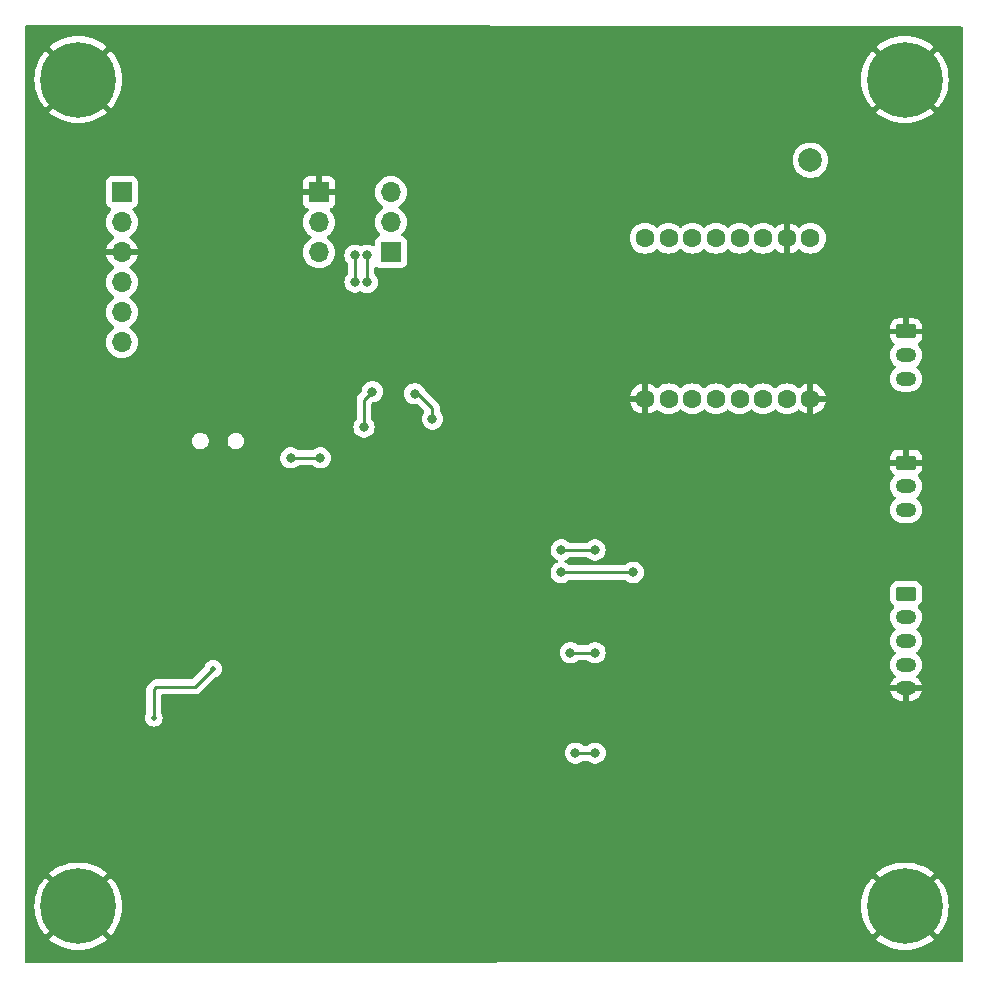
<source format=gbr>
%TF.GenerationSoftware,KiCad,Pcbnew,8.0.4*%
%TF.CreationDate,2024-08-31T15:47:31-07:00*%
%TF.ProjectId,aunisoma-panel-controller,61756e69-736f-46d6-912d-70616e656c2d,rev?*%
%TF.SameCoordinates,Original*%
%TF.FileFunction,Copper,L2,Bot*%
%TF.FilePolarity,Positive*%
%FSLAX46Y46*%
G04 Gerber Fmt 4.6, Leading zero omitted, Abs format (unit mm)*
G04 Created by KiCad (PCBNEW 8.0.4) date 2024-08-31 15:47:31*
%MOMM*%
%LPD*%
G01*
G04 APERTURE LIST*
G04 Aperture macros list*
%AMRoundRect*
0 Rectangle with rounded corners*
0 $1 Rounding radius*
0 $2 $3 $4 $5 $6 $7 $8 $9 X,Y pos of 4 corners*
0 Add a 4 corners polygon primitive as box body*
4,1,4,$2,$3,$4,$5,$6,$7,$8,$9,$2,$3,0*
0 Add four circle primitives for the rounded corners*
1,1,$1+$1,$2,$3*
1,1,$1+$1,$4,$5*
1,1,$1+$1,$6,$7*
1,1,$1+$1,$8,$9*
0 Add four rect primitives between the rounded corners*
20,1,$1+$1,$2,$3,$4,$5,0*
20,1,$1+$1,$4,$5,$6,$7,0*
20,1,$1+$1,$6,$7,$8,$9,0*
20,1,$1+$1,$8,$9,$2,$3,0*%
G04 Aperture macros list end*
%TA.AperFunction,ComponentPad*%
%ADD10C,0.800000*%
%TD*%
%TA.AperFunction,ComponentPad*%
%ADD11C,6.400000*%
%TD*%
%TA.AperFunction,ComponentPad*%
%ADD12C,2.000000*%
%TD*%
%TA.AperFunction,ComponentPad*%
%ADD13RoundRect,0.250000X-0.625000X0.350000X-0.625000X-0.350000X0.625000X-0.350000X0.625000X0.350000X0*%
%TD*%
%TA.AperFunction,ComponentPad*%
%ADD14O,1.750000X1.200000*%
%TD*%
%TA.AperFunction,ComponentPad*%
%ADD15R,1.700000X1.700000*%
%TD*%
%TA.AperFunction,ComponentPad*%
%ADD16O,1.700000X1.700000*%
%TD*%
%TA.AperFunction,ComponentPad*%
%ADD17C,1.600000*%
%TD*%
%TA.AperFunction,ViaPad*%
%ADD18C,0.800000*%
%TD*%
%TA.AperFunction,ViaPad*%
%ADD19C,0.500000*%
%TD*%
%TA.AperFunction,Conductor*%
%ADD20C,0.250000*%
%TD*%
G04 APERTURE END LIST*
D10*
%TO.P,H2,1,1*%
%TO.N,GND*%
X2100000Y4801326D03*
X2802944Y6498382D03*
X2802944Y3104270D03*
X4500000Y7201326D03*
D11*
X4500000Y4801326D03*
D10*
X4500000Y2401326D03*
X6197056Y6498382D03*
X6197056Y3104270D03*
X6900000Y4801326D03*
%TD*%
D12*
%TO.P,X1,1,1*%
%TO.N,Net-(J4-In)*%
X66500000Y67968326D03*
%TD*%
D13*
%TO.P,J7,1,Pin_1*%
%TO.N,/LED_OUT_B*%
X74600000Y31268326D03*
D14*
%TO.P,J7,2,Pin_2*%
%TO.N,/LED_OUT_G*%
X74600000Y29268326D03*
%TO.P,J7,3,Pin_3*%
%TO.N,/LED_OUT_R*%
X74600000Y27268326D03*
%TO.P,J7,4,Pin_4*%
%TO.N,+24V*%
X74600000Y25268326D03*
%TO.P,J7,5,Pin_5*%
%TO.N,GND*%
X74600000Y23268326D03*
%TD*%
D15*
%TO.P,J3,1,Pin_1*%
%TO.N,/PA8*%
X30970600Y60181326D03*
D16*
%TO.P,J3,2,Pin_2*%
%TO.N,/PA11*%
X30970600Y62721326D03*
%TO.P,J3,3,Pin_3*%
%TO.N,/PA12*%
X30970600Y65261326D03*
%TD*%
D15*
%TO.P,J2,1,Pin_1*%
%TO.N,GND*%
X24900000Y65246326D03*
D16*
%TO.P,J2,2,Pin_2*%
%TO.N,/USART1_TX*%
X24900000Y62706326D03*
%TO.P,J2,3,Pin_3*%
%TO.N,/USART1_RX*%
X24900000Y60166326D03*
%TD*%
D13*
%TO.P,J5,1,Pin_1*%
%TO.N,GND*%
X74600000Y53468326D03*
D14*
%TO.P,J5,2,Pin_2*%
%TO.N,/PIR_1_IN*%
X74600000Y51468326D03*
%TO.P,J5,3,Pin_3*%
%TO.N,+3.3V*%
X74600000Y49468326D03*
%TD*%
D15*
%TO.P,J1,1,Pin_1*%
%TO.N,+3.3V*%
X8200000Y65268326D03*
D16*
%TO.P,J1,2,Pin_2*%
%TO.N,/SWCLK*%
X8200000Y62728326D03*
%TO.P,J1,3,Pin_3*%
%TO.N,GND*%
X8200000Y60188326D03*
%TO.P,J1,4,Pin_4*%
%TO.N,/SWDIO*%
X8200000Y57648326D03*
%TO.P,J1,5,Pin_5*%
%TO.N,/NRST*%
X8200000Y55108326D03*
%TO.P,J1,6,Pin_6*%
%TO.N,/SWO*%
X8200000Y52568326D03*
%TD*%
D10*
%TO.P,H3,1,1*%
%TO.N,GND*%
X72100000Y74801326D03*
X72802944Y76498382D03*
X72802944Y73104270D03*
X74500000Y77201326D03*
D11*
X74500000Y74801326D03*
D10*
X74500000Y72401326D03*
X76197056Y76498382D03*
X76197056Y73104270D03*
X76900000Y74801326D03*
%TD*%
%TO.P,H4,1,1*%
%TO.N,GND*%
X72100000Y4801326D03*
X72802944Y6498382D03*
X72802944Y3104270D03*
X74500000Y7201326D03*
D11*
X74500000Y4801326D03*
D10*
X74500000Y2401326D03*
X76197056Y6498382D03*
X76197056Y3104270D03*
X76900000Y4801326D03*
%TD*%
D17*
%TO.P,U3,1,GND*%
%TO.N,GND*%
X52500000Y47768326D03*
%TO.P,U3,2,MISO*%
%TO.N,/MISO*%
X54500000Y47768326D03*
%TO.P,U3,3,MOSI*%
%TO.N,/MOSI*%
X56500000Y47768326D03*
%TO.P,U3,4,SCK*%
%TO.N,/SCK*%
X58500000Y47768326D03*
%TO.P,U3,5,NSS*%
%TO.N,/RF_CS*%
X60500000Y47768326D03*
%TO.P,U3,6,RESET*%
%TO.N,/RF_RST*%
X62500000Y47768326D03*
%TO.P,U3,7,DIO5*%
%TO.N,unconnected-(U3-DIO5-Pad7)_1*%
X64500000Y47768326D03*
%TO.P,U3,8,GND*%
%TO.N,GND*%
X66500000Y47768326D03*
%TO.P,U3,9,ANT*%
%TO.N,Net-(J4-In)*%
X66500000Y61368326D03*
%TO.P,U3,10,GND*%
%TO.N,GND*%
X64500000Y61368326D03*
%TO.P,U3,11,DIO3*%
%TO.N,unconnected-(U3-DIO3-Pad11)_1*%
X62500000Y61368326D03*
%TO.P,U3,12,DIO4*%
%TO.N,unconnected-(U3-DIO4-Pad12)*%
X60500000Y61368326D03*
%TO.P,U3,13,3.3V*%
%TO.N,+3.3V*%
X58500000Y61368326D03*
%TO.P,U3,14,DIO0*%
%TO.N,/RF_INT*%
X56500000Y61368326D03*
%TO.P,U3,15,DIO1*%
%TO.N,unconnected-(U3-DIO1-Pad15)_1*%
X54500000Y61368326D03*
%TO.P,U3,16,DIO2*%
%TO.N,unconnected-(U3-DIO2-Pad16)*%
X52500000Y61368326D03*
%TD*%
D13*
%TO.P,J6,1,Pin_1*%
%TO.N,GND*%
X74600000Y42368326D03*
D14*
%TO.P,J6,2,Pin_2*%
%TO.N,/PIR_2_IN*%
X74600000Y40368326D03*
%TO.P,J6,3,Pin_3*%
%TO.N,+3.3V*%
X74600000Y38368326D03*
%TD*%
D10*
%TO.P,H1,1,1*%
%TO.N,GND*%
X2100000Y74801326D03*
X2802944Y76498382D03*
X2802944Y73104270D03*
X4500000Y77201326D03*
D11*
X4500000Y74801326D03*
D10*
X4500000Y72401326D03*
X6197056Y76498382D03*
X6197056Y73104270D03*
X6900000Y74801326D03*
%TD*%
D18*
%TO.N,+3.3V*%
X45400000Y33068326D03*
X51500000Y33068326D03*
%TO.N,/LED_R*%
X48265000Y17768326D03*
X46600000Y17768326D03*
%TO.N,/LED_G*%
X46175000Y26268326D03*
X48250000Y26268326D03*
X34500000Y46068326D03*
X33004267Y48201325D03*
%TO.N,/LED_B*%
X48255000Y34968326D03*
X45400000Y34968326D03*
%TO.N,GND*%
X70000000Y37943326D03*
D19*
X17200000Y18568326D03*
D18*
X22175000Y47668326D03*
X31015000Y48468326D03*
X75600000Y61268326D03*
X18600000Y46868326D03*
D19*
X12100000Y22268326D03*
D18*
X28500000Y53701326D03*
X33100000Y38768326D03*
X60250000Y66250000D03*
D19*
X15500000Y26368326D03*
D18*
X33000000Y52668326D03*
X48550000Y21385826D03*
X56550000Y16465826D03*
X55050000Y34165826D03*
D19*
X15500000Y21568326D03*
D18*
X36250000Y74418326D03*
D19*
X10000000Y24000000D03*
D18*
X59150000Y16465826D03*
X27500000Y43768326D03*
X25500000Y54868326D03*
D19*
X15500000Y20768326D03*
D18*
X73600000Y65868326D03*
X70000000Y49143326D03*
D19*
X14250000Y26368326D03*
D18*
X55050000Y25365826D03*
X34200000Y55848326D03*
X33250000Y74318326D03*
X73600000Y61268326D03*
X27525000Y49168326D03*
D19*
X13100000Y22268326D03*
D18*
X39250000Y74418326D03*
X59150000Y33665826D03*
X48550000Y29865826D03*
X42250000Y74418326D03*
X59150000Y25065826D03*
D19*
X14000000Y24750000D03*
X12750000Y24500000D03*
D18*
X2800000Y47268326D03*
D19*
X9750000Y22500000D03*
D18*
X14700000Y29868326D03*
X56550000Y33665826D03*
X56550000Y25065826D03*
X11460000Y47868326D03*
D19*
X11250000Y24500000D03*
D18*
X26500000Y41468326D03*
X55050000Y16885826D03*
X75600000Y65868326D03*
D19*
X15500000Y19968326D03*
X17200000Y17618326D03*
D18*
X48550000Y38465826D03*
D19*
%TO.N,/Power/SW*%
X15937500Y24918326D03*
X10900000Y20768326D03*
D18*
%TO.N,/NRST*%
X22500000Y42768326D03*
X28700000Y45368326D03*
X25000000Y42768326D03*
X29400000Y48368326D03*
%TO.N,/PA12*%
X27950000Y57652326D03*
X27948000Y59912326D03*
%TO.N,/PA11*%
X28964004Y59912326D03*
X28964002Y57626326D03*
%TD*%
D20*
%TO.N,+3.3V*%
X45400000Y33068326D02*
X51600000Y33068326D01*
%TO.N,/LED_R*%
X48265000Y17768326D02*
X46600000Y17768326D01*
%TO.N,/LED_G*%
X33267001Y48201325D02*
X33004267Y48201325D01*
X34500000Y46968326D02*
X33267001Y48201325D01*
X34500000Y46068326D02*
X34500000Y46968326D01*
X48250000Y26268326D02*
X46175000Y26268326D01*
%TO.N,/LED_B*%
X45400000Y34968326D02*
X48255000Y34968326D01*
%TO.N,GND*%
X54032600Y15067826D02*
X54058000Y15093226D01*
X53600800Y15067826D02*
X54032600Y15067826D01*
%TO.N,/Power/SW*%
X15937500Y24918326D02*
X14412500Y23393326D01*
X11125000Y23393326D02*
X10900000Y23168326D01*
X10900000Y23168326D02*
X10900000Y20768326D01*
X14412500Y23393326D02*
X11125000Y23393326D01*
%TO.N,/NRST*%
X29400000Y48368326D02*
X28700000Y47668326D01*
X22500000Y42768326D02*
X25000000Y42768326D01*
X28700000Y47668326D02*
X28700000Y45368326D01*
%TO.N,/PA12*%
X27950000Y57652326D02*
X27950000Y59910326D01*
X27950000Y59910326D02*
X27948000Y59912326D01*
%TO.N,/PA11*%
X28964004Y57626328D02*
X28964002Y57626326D01*
X28964004Y59912326D02*
X28964004Y57626328D01*
%TD*%
%TA.AperFunction,Conductor*%
%TO.N,GND*%
G36*
X79276166Y79297512D02*
G01*
X79343178Y79277738D01*
X79388863Y79224874D01*
X79400000Y79173512D01*
X79400000Y229141D01*
X79380315Y162102D01*
X79327511Y116347D01*
X79276164Y105141D01*
X124164Y165D01*
X57099Y19761D01*
X11274Y72504D01*
X0Y124165D01*
X0Y4801327D01*
X794922Y4801327D01*
X794922Y4801326D01*
X815219Y4414039D01*
X875886Y4031003D01*
X875887Y4030996D01*
X976262Y3656390D01*
X1115244Y3294332D01*
X1291310Y2948783D01*
X1502531Y2623533D01*
X1711095Y2365976D01*
X1711096Y2365976D01*
X3205748Y3860628D01*
X3279588Y3758996D01*
X3457670Y3580914D01*
X3559300Y3507075D01*
X2064648Y2012423D01*
X2064649Y2012422D01*
X2322206Y1803858D01*
X2647456Y1592637D01*
X2993005Y1416571D01*
X3355063Y1277589D01*
X3729669Y1177214D01*
X3729676Y1177213D01*
X4112712Y1116546D01*
X4499999Y1096248D01*
X4500001Y1096248D01*
X4887287Y1116546D01*
X5270323Y1177213D01*
X5270330Y1177214D01*
X5644936Y1277589D01*
X6006994Y1416571D01*
X6352543Y1592637D01*
X6677783Y1803850D01*
X6677785Y1803851D01*
X6935349Y2012424D01*
X5440698Y3507075D01*
X5542330Y3580914D01*
X5720412Y3758996D01*
X5794251Y3860628D01*
X7288902Y2365977D01*
X7497475Y2623541D01*
X7497476Y2623543D01*
X7708689Y2948783D01*
X7884755Y3294332D01*
X8023737Y3656390D01*
X8124112Y4030996D01*
X8124113Y4031003D01*
X8184780Y4414039D01*
X8205078Y4801326D01*
X8205078Y4801327D01*
X70794922Y4801327D01*
X70794922Y4801326D01*
X70815219Y4414039D01*
X70875886Y4031003D01*
X70875887Y4030996D01*
X70976262Y3656390D01*
X71115244Y3294332D01*
X71291310Y2948783D01*
X71502531Y2623533D01*
X71711095Y2365976D01*
X71711096Y2365976D01*
X73205748Y3860628D01*
X73279588Y3758996D01*
X73457670Y3580914D01*
X73559300Y3507075D01*
X72064648Y2012423D01*
X72064649Y2012422D01*
X72322206Y1803858D01*
X72647456Y1592637D01*
X72993005Y1416571D01*
X73355063Y1277589D01*
X73729669Y1177214D01*
X73729676Y1177213D01*
X74112712Y1116546D01*
X74499999Y1096248D01*
X74500001Y1096248D01*
X74887287Y1116546D01*
X75270323Y1177213D01*
X75270330Y1177214D01*
X75644936Y1277589D01*
X76006994Y1416571D01*
X76352543Y1592637D01*
X76677783Y1803850D01*
X76677785Y1803851D01*
X76935349Y2012424D01*
X75440698Y3507075D01*
X75542330Y3580914D01*
X75720412Y3758996D01*
X75794251Y3860628D01*
X77288902Y2365977D01*
X77497475Y2623541D01*
X77497476Y2623543D01*
X77708689Y2948783D01*
X77884755Y3294332D01*
X78023737Y3656390D01*
X78124112Y4030996D01*
X78124113Y4031003D01*
X78184780Y4414039D01*
X78205078Y4801326D01*
X78205078Y4801327D01*
X78184780Y5188614D01*
X78124113Y5571650D01*
X78124112Y5571657D01*
X78023737Y5946263D01*
X77884755Y6308321D01*
X77708689Y6653870D01*
X77497468Y6979120D01*
X77288904Y7236677D01*
X77288903Y7236678D01*
X75794251Y5742026D01*
X75720412Y5843656D01*
X75542330Y6021738D01*
X75440698Y6095578D01*
X76935350Y7590230D01*
X76935350Y7590231D01*
X76677793Y7798795D01*
X76352543Y8010016D01*
X76006994Y8186082D01*
X75644936Y8325064D01*
X75270330Y8425439D01*
X75270323Y8425440D01*
X74887287Y8486107D01*
X74500001Y8506404D01*
X74499999Y8506404D01*
X74112712Y8486107D01*
X73729676Y8425440D01*
X73729669Y8425439D01*
X73355063Y8325064D01*
X72993005Y8186082D01*
X72647456Y8010016D01*
X72322206Y7798795D01*
X72064648Y7590231D01*
X72064648Y7590230D01*
X73559301Y6095578D01*
X73457670Y6021738D01*
X73279588Y5843656D01*
X73205748Y5742026D01*
X71711096Y7236678D01*
X71711095Y7236678D01*
X71502531Y6979120D01*
X71291310Y6653870D01*
X71115244Y6308321D01*
X70976262Y5946263D01*
X70875887Y5571657D01*
X70875886Y5571650D01*
X70815219Y5188614D01*
X70794922Y4801327D01*
X8205078Y4801327D01*
X8184780Y5188614D01*
X8124113Y5571650D01*
X8124112Y5571657D01*
X8023737Y5946263D01*
X7884755Y6308321D01*
X7708689Y6653870D01*
X7497468Y6979120D01*
X7288904Y7236677D01*
X7288903Y7236678D01*
X5794251Y5742026D01*
X5720412Y5843656D01*
X5542330Y6021738D01*
X5440698Y6095578D01*
X6935350Y7590230D01*
X6935350Y7590231D01*
X6677793Y7798795D01*
X6352543Y8010016D01*
X6006994Y8186082D01*
X5644936Y8325064D01*
X5270330Y8425439D01*
X5270323Y8425440D01*
X4887287Y8486107D01*
X4500001Y8506404D01*
X4499999Y8506404D01*
X4112712Y8486107D01*
X3729676Y8425440D01*
X3729669Y8425439D01*
X3355063Y8325064D01*
X2993005Y8186082D01*
X2647456Y8010016D01*
X2322206Y7798795D01*
X2064648Y7590231D01*
X2064648Y7590230D01*
X3559301Y6095578D01*
X3457670Y6021738D01*
X3279588Y5843656D01*
X3205748Y5742026D01*
X1711096Y7236678D01*
X1711095Y7236678D01*
X1502531Y6979120D01*
X1291310Y6653870D01*
X1115244Y6308321D01*
X976262Y5946263D01*
X875887Y5571657D01*
X875886Y5571650D01*
X815219Y5188614D01*
X794922Y4801327D01*
X0Y4801327D01*
X0Y17768326D01*
X45694540Y17768326D01*
X45714326Y17580070D01*
X45714327Y17580067D01*
X45772818Y17400049D01*
X45772821Y17400042D01*
X45867467Y17236110D01*
X45969185Y17123141D01*
X45994129Y17095438D01*
X46147265Y16984178D01*
X46147270Y16984175D01*
X46320192Y16907184D01*
X46320197Y16907182D01*
X46505354Y16867826D01*
X46505355Y16867826D01*
X46694644Y16867826D01*
X46694646Y16867826D01*
X46879803Y16907182D01*
X47052730Y16984175D01*
X47205871Y17095438D01*
X47208788Y17098679D01*
X47211600Y17101800D01*
X47271087Y17138447D01*
X47303748Y17142826D01*
X47561252Y17142826D01*
X47628291Y17123141D01*
X47653400Y17101800D01*
X47659126Y17095441D01*
X47659130Y17095437D01*
X47812265Y16984178D01*
X47812270Y16984175D01*
X47985192Y16907184D01*
X47985197Y16907182D01*
X48170354Y16867826D01*
X48170355Y16867826D01*
X48359644Y16867826D01*
X48359646Y16867826D01*
X48544803Y16907182D01*
X48717730Y16984175D01*
X48870871Y17095438D01*
X48997533Y17236110D01*
X49092179Y17400042D01*
X49150674Y17580070D01*
X49170460Y17768326D01*
X49150674Y17956582D01*
X49092179Y18136610D01*
X48997533Y18300542D01*
X48870871Y18441214D01*
X48870870Y18441215D01*
X48717734Y18552475D01*
X48717729Y18552478D01*
X48544807Y18629469D01*
X48544802Y18629471D01*
X48399001Y18660461D01*
X48359646Y18668826D01*
X48170354Y18668826D01*
X48137897Y18661928D01*
X47985197Y18629471D01*
X47985192Y18629469D01*
X47812270Y18552478D01*
X47812265Y18552475D01*
X47659130Y18441216D01*
X47659126Y18441212D01*
X47653400Y18434852D01*
X47593913Y18398205D01*
X47561252Y18393826D01*
X47303748Y18393826D01*
X47236709Y18413511D01*
X47211600Y18434852D01*
X47205873Y18441212D01*
X47205869Y18441216D01*
X47052734Y18552475D01*
X47052729Y18552478D01*
X46879807Y18629469D01*
X46879802Y18629471D01*
X46734001Y18660461D01*
X46694646Y18668826D01*
X46505354Y18668826D01*
X46472897Y18661928D01*
X46320197Y18629471D01*
X46320192Y18629469D01*
X46147270Y18552478D01*
X46147265Y18552475D01*
X45994129Y18441215D01*
X45867466Y18300541D01*
X45772821Y18136611D01*
X45772818Y18136604D01*
X45714327Y17956586D01*
X45714326Y17956582D01*
X45694540Y17768326D01*
X0Y17768326D01*
X0Y20768329D01*
X10144751Y20768329D01*
X10144751Y20768324D01*
X10163685Y20600270D01*
X10219545Y20440632D01*
X10219547Y20440629D01*
X10309518Y20297442D01*
X10309523Y20297436D01*
X10429109Y20177850D01*
X10429115Y20177845D01*
X10572302Y20087874D01*
X10572305Y20087872D01*
X10572309Y20087871D01*
X10572310Y20087870D01*
X10644913Y20062466D01*
X10731943Y20032012D01*
X10899997Y20013077D01*
X10900000Y20013077D01*
X10900003Y20013077D01*
X11068056Y20032012D01*
X11068059Y20032013D01*
X11227690Y20087870D01*
X11227692Y20087872D01*
X11227694Y20087872D01*
X11227697Y20087874D01*
X11370884Y20177845D01*
X11370885Y20177846D01*
X11370890Y20177849D01*
X11490477Y20297436D01*
X11580452Y20440629D01*
X11580454Y20440632D01*
X11580454Y20440634D01*
X11580456Y20440636D01*
X11636313Y20600267D01*
X11636313Y20600268D01*
X11636314Y20600270D01*
X11655249Y20768324D01*
X11655249Y20768329D01*
X11636314Y20936383D01*
X11622904Y20974705D01*
X11580456Y21096016D01*
X11574295Y21105821D01*
X11544506Y21153231D01*
X11525500Y21219203D01*
X11525500Y22643826D01*
X11545185Y22710865D01*
X11597989Y22756620D01*
X11649500Y22767826D01*
X14474107Y22767826D01*
X14534529Y22779845D01*
X14594952Y22791863D01*
X14594955Y22791865D01*
X14594958Y22791865D01*
X14628287Y22805672D01*
X14628286Y22805672D01*
X14628292Y22805674D01*
X14708786Y22839014D01*
X14760009Y22873242D01*
X14811233Y22907468D01*
X14898358Y22994593D01*
X14898358Y22994595D01*
X14908566Y23004802D01*
X14908568Y23004805D01*
X16055116Y24151354D01*
X16101841Y24180713D01*
X16105554Y24182013D01*
X16105559Y24182013D01*
X16265190Y24237870D01*
X16265192Y24237871D01*
X16265197Y24237874D01*
X16408384Y24327845D01*
X16408385Y24327846D01*
X16408390Y24327849D01*
X16527977Y24447436D01*
X16593300Y24551396D01*
X16617952Y24590629D01*
X16617954Y24590632D01*
X16617954Y24590634D01*
X16617956Y24590636D01*
X16673813Y24750267D01*
X16673813Y24750268D01*
X16673814Y24750270D01*
X16692749Y24918324D01*
X16692749Y24918329D01*
X16673814Y25086383D01*
X16617954Y25246021D01*
X16617952Y25246024D01*
X16527981Y25389211D01*
X16527976Y25389217D01*
X16408390Y25508803D01*
X16408384Y25508808D01*
X16265197Y25598779D01*
X16265194Y25598781D01*
X16105556Y25654641D01*
X15937503Y25673575D01*
X15937497Y25673575D01*
X15769443Y25654641D01*
X15609805Y25598781D01*
X15609802Y25598779D01*
X15466615Y25508808D01*
X15466609Y25508803D01*
X15347023Y25389217D01*
X15347018Y25389211D01*
X15257047Y25246024D01*
X15257044Y25246018D01*
X15199888Y25082672D01*
X15170527Y25035945D01*
X14189729Y24055145D01*
X14128406Y24021660D01*
X14102048Y24018826D01*
X11063389Y24018826D01*
X11002971Y24006808D01*
X10965259Y23999307D01*
X10942550Y23994790D01*
X10942548Y23994789D01*
X10909207Y23980979D01*
X10828719Y23947642D01*
X10828705Y23947634D01*
X10726272Y23879188D01*
X10726264Y23879182D01*
X10414144Y23567062D01*
X10414138Y23567054D01*
X10345692Y23464621D01*
X10345684Y23464607D01*
X10324339Y23413071D01*
X10312347Y23384119D01*
X10306823Y23370783D01*
X10298537Y23350781D01*
X10298535Y23350773D01*
X10274500Y23229937D01*
X10274500Y21219203D01*
X10255494Y21153231D01*
X10219545Y21096019D01*
X10163685Y20936383D01*
X10144751Y20768329D01*
X0Y20768329D01*
X0Y26268326D01*
X45269540Y26268326D01*
X45289326Y26080070D01*
X45289327Y26080067D01*
X45347818Y25900049D01*
X45347821Y25900042D01*
X45442467Y25736110D01*
X45544185Y25623141D01*
X45569129Y25595438D01*
X45722265Y25484178D01*
X45722270Y25484175D01*
X45895192Y25407184D01*
X45895197Y25407182D01*
X46080354Y25367826D01*
X46080355Y25367826D01*
X46269644Y25367826D01*
X46269646Y25367826D01*
X46454803Y25407182D01*
X46627730Y25484175D01*
X46780871Y25595438D01*
X46783882Y25598782D01*
X46786600Y25601800D01*
X46846087Y25638447D01*
X46878748Y25642826D01*
X47546252Y25642826D01*
X47613291Y25623141D01*
X47638400Y25601800D01*
X47644126Y25595441D01*
X47644130Y25595437D01*
X47797265Y25484178D01*
X47797270Y25484175D01*
X47970192Y25407184D01*
X47970197Y25407182D01*
X48155354Y25367826D01*
X48155355Y25367826D01*
X48344644Y25367826D01*
X48344646Y25367826D01*
X48529803Y25407182D01*
X48702730Y25484175D01*
X48855871Y25595438D01*
X48982533Y25736110D01*
X49077179Y25900042D01*
X49135674Y26080070D01*
X49155460Y26268326D01*
X49135674Y26456582D01*
X49077179Y26636610D01*
X48982533Y26800542D01*
X48855871Y26941214D01*
X48855870Y26941215D01*
X48702734Y27052475D01*
X48702729Y27052478D01*
X48529807Y27129469D01*
X48529802Y27129471D01*
X48384001Y27160461D01*
X48344646Y27168826D01*
X48155354Y27168826D01*
X48122897Y27161928D01*
X47970197Y27129471D01*
X47970192Y27129469D01*
X47797270Y27052478D01*
X47797265Y27052475D01*
X47644130Y26941216D01*
X47644126Y26941212D01*
X47638400Y26934852D01*
X47578913Y26898205D01*
X47546252Y26893826D01*
X46878748Y26893826D01*
X46811709Y26913511D01*
X46786600Y26934852D01*
X46780873Y26941212D01*
X46780869Y26941216D01*
X46627734Y27052475D01*
X46627729Y27052478D01*
X46454807Y27129469D01*
X46454802Y27129471D01*
X46309001Y27160461D01*
X46269646Y27168826D01*
X46080354Y27168826D01*
X46047897Y27161928D01*
X45895197Y27129471D01*
X45895192Y27129469D01*
X45722270Y27052478D01*
X45722265Y27052475D01*
X45569129Y26941215D01*
X45442466Y26800541D01*
X45347821Y26636611D01*
X45347818Y26636604D01*
X45289327Y26456586D01*
X45289326Y26456582D01*
X45269540Y26268326D01*
X0Y26268326D01*
X0Y31668343D01*
X73224500Y31668343D01*
X73224500Y30868325D01*
X73224501Y30868307D01*
X73235000Y30765530D01*
X73235001Y30765527D01*
X73290185Y30598995D01*
X73290186Y30598992D01*
X73382288Y30449670D01*
X73506344Y30325614D01*
X73570543Y30286016D01*
X73617268Y30234068D01*
X73628489Y30165105D01*
X73600646Y30101023D01*
X73593128Y30092796D01*
X73485585Y29985253D01*
X73383768Y29845115D01*
X73305128Y29690774D01*
X73251597Y29526024D01*
X73224500Y29354937D01*
X73224500Y29181715D01*
X73251598Y29010625D01*
X73305127Y28845881D01*
X73383768Y28691538D01*
X73485586Y28551398D01*
X73608072Y28428912D01*
X73608078Y28428908D01*
X73691023Y28368643D01*
X73733689Y28313313D01*
X73739667Y28243700D01*
X73707061Y28181905D01*
X73691023Y28168009D01*
X73608078Y28107745D01*
X73608069Y28107738D01*
X73485588Y27985257D01*
X73485588Y27985256D01*
X73485586Y27985254D01*
X73441859Y27925070D01*
X73383768Y27845115D01*
X73305128Y27690774D01*
X73251597Y27526024D01*
X73224500Y27354937D01*
X73224500Y27181715D01*
X73232677Y27130087D01*
X73244969Y27052475D01*
X73251598Y27010625D01*
X73305127Y26845881D01*
X73383768Y26691538D01*
X73485586Y26551398D01*
X73608072Y26428912D01*
X73608078Y26428908D01*
X73691023Y26368643D01*
X73733689Y26313313D01*
X73739667Y26243700D01*
X73707061Y26181905D01*
X73691023Y26168009D01*
X73608078Y26107745D01*
X73608069Y26107738D01*
X73485588Y25985257D01*
X73485588Y25985256D01*
X73485586Y25985254D01*
X73441859Y25925070D01*
X73383768Y25845115D01*
X73305128Y25690774D01*
X73251597Y25526024D01*
X73224500Y25354937D01*
X73224500Y25181716D01*
X73247587Y25035945D01*
X73251598Y25010625D01*
X73305127Y24845881D01*
X73383768Y24691538D01*
X73485586Y24551398D01*
X73608072Y24428912D01*
X73691449Y24368335D01*
X73734114Y24313004D01*
X73740093Y24243391D01*
X73707487Y24181596D01*
X73691448Y24167699D01*
X73608404Y24107365D01*
X73608399Y24107361D01*
X73485967Y23984929D01*
X73384195Y23844851D01*
X73305591Y23690582D01*
X73252085Y23525911D01*
X73250884Y23518327D01*
X73250885Y23518326D01*
X74319670Y23518326D01*
X74299925Y23498581D01*
X74250556Y23413071D01*
X74225000Y23317696D01*
X74225000Y23218956D01*
X74250556Y23123581D01*
X74299925Y23038071D01*
X74319670Y23018326D01*
X73250885Y23018326D01*
X73252085Y23010742D01*
X73305591Y22846071D01*
X73384195Y22691802D01*
X73485967Y22551724D01*
X73608397Y22429294D01*
X73748475Y22327522D01*
X73902742Y22248918D01*
X74067415Y22195412D01*
X74238429Y22168326D01*
X74350000Y22168326D01*
X74350000Y22987996D01*
X74369745Y22968251D01*
X74455255Y22918882D01*
X74550630Y22893326D01*
X74649370Y22893326D01*
X74744745Y22918882D01*
X74830255Y22968251D01*
X74850000Y22987996D01*
X74850000Y22168326D01*
X74961571Y22168326D01*
X75132584Y22195412D01*
X75297257Y22248918D01*
X75451524Y22327522D01*
X75591602Y22429294D01*
X75714032Y22551724D01*
X75815804Y22691802D01*
X75894408Y22846071D01*
X75947914Y23010742D01*
X75949115Y23018326D01*
X74880330Y23018326D01*
X74900075Y23038071D01*
X74949444Y23123581D01*
X74975000Y23218956D01*
X74975000Y23317696D01*
X74949444Y23413071D01*
X74900075Y23498581D01*
X74880330Y23518326D01*
X75949115Y23518326D01*
X75949115Y23518327D01*
X75947914Y23525911D01*
X75894408Y23690582D01*
X75815804Y23844851D01*
X75714032Y23984929D01*
X75591602Y24107359D01*
X75508551Y24167698D01*
X75465885Y24223028D01*
X75459906Y24292641D01*
X75492511Y24354437D01*
X75508551Y24368335D01*
X75591928Y24428912D01*
X75714414Y24551398D01*
X75816232Y24691538D01*
X75894873Y24845881D01*
X75948402Y25010625D01*
X75975500Y25181715D01*
X75975500Y25354937D01*
X75948402Y25526027D01*
X75894873Y25690771D01*
X75816232Y25845114D01*
X75714414Y25985254D01*
X75591928Y26107740D01*
X75508975Y26168009D01*
X75466311Y26223338D01*
X75460332Y26292952D01*
X75492938Y26354747D01*
X75508976Y26368644D01*
X75591928Y26428912D01*
X75714414Y26551398D01*
X75816232Y26691538D01*
X75894873Y26845881D01*
X75948402Y27010625D01*
X75975500Y27181715D01*
X75975500Y27354937D01*
X75948402Y27526027D01*
X75894873Y27690771D01*
X75816232Y27845114D01*
X75714414Y27985254D01*
X75591928Y28107740D01*
X75508975Y28168009D01*
X75466311Y28223338D01*
X75460332Y28292952D01*
X75492938Y28354747D01*
X75508976Y28368644D01*
X75591928Y28428912D01*
X75714414Y28551398D01*
X75816232Y28691538D01*
X75894873Y28845881D01*
X75948402Y29010625D01*
X75975500Y29181715D01*
X75975500Y29354937D01*
X75948402Y29526027D01*
X75894873Y29690771D01*
X75816232Y29845114D01*
X75714414Y29985254D01*
X75606872Y30092796D01*
X75573387Y30154119D01*
X75578371Y30223811D01*
X75620243Y30279744D01*
X75629457Y30286016D01*
X75693656Y30325614D01*
X75817712Y30449670D01*
X75909814Y30598992D01*
X75964999Y30765529D01*
X75975500Y30868317D01*
X75975499Y31668334D01*
X75964999Y31771123D01*
X75909814Y31937660D01*
X75817712Y32086982D01*
X75693656Y32211038D01*
X75600888Y32268257D01*
X75544336Y32303139D01*
X75544331Y32303141D01*
X75542862Y32303628D01*
X75377797Y32358325D01*
X75377795Y32358326D01*
X75275010Y32368826D01*
X73924998Y32368826D01*
X73924981Y32368825D01*
X73822203Y32358326D01*
X73822200Y32358325D01*
X73655668Y32303141D01*
X73655663Y32303139D01*
X73506342Y32211037D01*
X73382289Y32086984D01*
X73290187Y31937663D01*
X73290186Y31937660D01*
X73235001Y31771123D01*
X73235001Y31771122D01*
X73235000Y31771122D01*
X73224500Y31668343D01*
X0Y31668343D01*
X0Y34968326D01*
X44494540Y34968326D01*
X44514326Y34780070D01*
X44514327Y34780067D01*
X44572818Y34600049D01*
X44572821Y34600042D01*
X44667467Y34436110D01*
X44769185Y34323141D01*
X44794129Y34295438D01*
X44947265Y34184178D01*
X44947267Y34184177D01*
X44947270Y34184175D01*
X45027163Y34148604D01*
X45065342Y34131605D01*
X45118578Y34086354D01*
X45138899Y34019505D01*
X45119853Y33952282D01*
X45067487Y33906027D01*
X45065342Y33905047D01*
X44947267Y33852476D01*
X44947265Y33852475D01*
X44794129Y33741215D01*
X44667466Y33600541D01*
X44572821Y33436611D01*
X44572818Y33436604D01*
X44514327Y33256586D01*
X44514326Y33256582D01*
X44494540Y33068326D01*
X44514326Y32880070D01*
X44514327Y32880067D01*
X44572818Y32700049D01*
X44572821Y32700042D01*
X44667467Y32536110D01*
X44769185Y32423141D01*
X44794129Y32395438D01*
X44947265Y32284178D01*
X44947270Y32284175D01*
X45120192Y32207184D01*
X45120197Y32207182D01*
X45305354Y32167826D01*
X45305355Y32167826D01*
X45494644Y32167826D01*
X45494646Y32167826D01*
X45679803Y32207182D01*
X45852730Y32284175D01*
X46005871Y32395438D01*
X46008788Y32398679D01*
X46011600Y32401800D01*
X46071087Y32438447D01*
X46103748Y32442826D01*
X50796252Y32442826D01*
X50863291Y32423141D01*
X50888400Y32401800D01*
X50894126Y32395441D01*
X50894130Y32395437D01*
X51047265Y32284178D01*
X51047270Y32284175D01*
X51220192Y32207184D01*
X51220197Y32207182D01*
X51405354Y32167826D01*
X51405355Y32167826D01*
X51594644Y32167826D01*
X51594646Y32167826D01*
X51779803Y32207182D01*
X51952730Y32284175D01*
X52105871Y32395438D01*
X52232533Y32536110D01*
X52327179Y32700042D01*
X52385674Y32880070D01*
X52405460Y33068326D01*
X52385674Y33256582D01*
X52327179Y33436610D01*
X52232533Y33600542D01*
X52105871Y33741214D01*
X52105870Y33741215D01*
X51952734Y33852475D01*
X51952729Y33852478D01*
X51779807Y33929469D01*
X51779802Y33929471D01*
X51634001Y33960461D01*
X51594646Y33968826D01*
X51405354Y33968826D01*
X51372897Y33961928D01*
X51220197Y33929471D01*
X51220192Y33929469D01*
X51047270Y33852478D01*
X51047265Y33852475D01*
X50894130Y33741216D01*
X50894126Y33741212D01*
X50888400Y33734852D01*
X50828913Y33698205D01*
X50796252Y33693826D01*
X46103748Y33693826D01*
X46036709Y33713511D01*
X46011600Y33734852D01*
X46005873Y33741212D01*
X46005869Y33741216D01*
X45852734Y33852475D01*
X45852729Y33852478D01*
X45734658Y33905047D01*
X45681421Y33950297D01*
X45661100Y34017146D01*
X45680146Y34084370D01*
X45732512Y34130625D01*
X45734658Y34131605D01*
X45783801Y34153486D01*
X45852730Y34184175D01*
X46005871Y34295438D01*
X46008788Y34298679D01*
X46011600Y34301800D01*
X46071087Y34338447D01*
X46103748Y34342826D01*
X47551252Y34342826D01*
X47618291Y34323141D01*
X47643400Y34301800D01*
X47649126Y34295441D01*
X47649130Y34295437D01*
X47802265Y34184178D01*
X47802270Y34184175D01*
X47975192Y34107184D01*
X47975197Y34107182D01*
X48160354Y34067826D01*
X48160355Y34067826D01*
X48349644Y34067826D01*
X48349646Y34067826D01*
X48534803Y34107182D01*
X48707730Y34184175D01*
X48860871Y34295438D01*
X48987533Y34436110D01*
X49082179Y34600042D01*
X49140674Y34780070D01*
X49160460Y34968326D01*
X49140674Y35156582D01*
X49082179Y35336610D01*
X48987533Y35500542D01*
X48860871Y35641214D01*
X48860870Y35641215D01*
X48707734Y35752475D01*
X48707729Y35752478D01*
X48534807Y35829469D01*
X48534802Y35829471D01*
X48389001Y35860461D01*
X48349646Y35868826D01*
X48160354Y35868826D01*
X48127897Y35861928D01*
X47975197Y35829471D01*
X47975192Y35829469D01*
X47802270Y35752478D01*
X47802265Y35752475D01*
X47649130Y35641216D01*
X47649126Y35641212D01*
X47643400Y35634852D01*
X47583913Y35598205D01*
X47551252Y35593826D01*
X46103748Y35593826D01*
X46036709Y35613511D01*
X46011600Y35634852D01*
X46005873Y35641212D01*
X46005869Y35641216D01*
X45852734Y35752475D01*
X45852729Y35752478D01*
X45679807Y35829469D01*
X45679802Y35829471D01*
X45534001Y35860461D01*
X45494646Y35868826D01*
X45305354Y35868826D01*
X45272897Y35861928D01*
X45120197Y35829471D01*
X45120192Y35829469D01*
X44947270Y35752478D01*
X44947265Y35752475D01*
X44794129Y35641215D01*
X44667466Y35500541D01*
X44572821Y35336611D01*
X44572818Y35336604D01*
X44514327Y35156586D01*
X44514326Y35156582D01*
X44494540Y34968326D01*
X0Y34968326D01*
X0Y40454937D01*
X73224500Y40454937D01*
X73224500Y40281715D01*
X73251598Y40110625D01*
X73305127Y39945881D01*
X73383768Y39791538D01*
X73485586Y39651398D01*
X73608072Y39528912D01*
X73608078Y39528908D01*
X73691023Y39468643D01*
X73733689Y39413313D01*
X73739667Y39343700D01*
X73707061Y39281905D01*
X73691023Y39268009D01*
X73608078Y39207745D01*
X73608069Y39207738D01*
X73485588Y39085257D01*
X73485588Y39085256D01*
X73485586Y39085254D01*
X73441859Y39025070D01*
X73383768Y38945115D01*
X73305128Y38790774D01*
X73251597Y38626024D01*
X73224500Y38454937D01*
X73224500Y38281715D01*
X73251598Y38110625D01*
X73305127Y37945881D01*
X73383768Y37791538D01*
X73485586Y37651398D01*
X73608072Y37528912D01*
X73748212Y37427094D01*
X73902555Y37348453D01*
X74067299Y37294924D01*
X74238389Y37267826D01*
X74238390Y37267826D01*
X74961610Y37267826D01*
X74961611Y37267826D01*
X75132701Y37294924D01*
X75297445Y37348453D01*
X75451788Y37427094D01*
X75591928Y37528912D01*
X75714414Y37651398D01*
X75816232Y37791538D01*
X75894873Y37945881D01*
X75948402Y38110625D01*
X75975500Y38281715D01*
X75975500Y38454937D01*
X75948402Y38626027D01*
X75894873Y38790771D01*
X75816232Y38945114D01*
X75714414Y39085254D01*
X75591928Y39207740D01*
X75508975Y39268009D01*
X75466311Y39323338D01*
X75460332Y39392952D01*
X75492938Y39454747D01*
X75508976Y39468644D01*
X75591928Y39528912D01*
X75714414Y39651398D01*
X75816232Y39791538D01*
X75894873Y39945881D01*
X75948402Y40110625D01*
X75975500Y40281715D01*
X75975500Y40454937D01*
X75948402Y40626027D01*
X75894873Y40790771D01*
X75816232Y40945114D01*
X75714414Y41085254D01*
X75606508Y41193160D01*
X75573023Y41254483D01*
X75578007Y41324175D01*
X75619879Y41380108D01*
X75629094Y41386381D01*
X75693345Y41426011D01*
X75817315Y41549981D01*
X75909356Y41699202D01*
X75909358Y41699207D01*
X75964505Y41865629D01*
X75964506Y41865636D01*
X75974999Y41968340D01*
X75975000Y41968353D01*
X75975000Y42118326D01*
X74880330Y42118326D01*
X74900075Y42138071D01*
X74949444Y42223581D01*
X74975000Y42318956D01*
X74975000Y42417696D01*
X74949444Y42513071D01*
X74900075Y42598581D01*
X74880330Y42618326D01*
X75974999Y42618326D01*
X75974999Y42768298D01*
X75974998Y42768313D01*
X75964505Y42871024D01*
X75909358Y43037446D01*
X75909356Y43037451D01*
X75817315Y43186672D01*
X75693345Y43310642D01*
X75544124Y43402683D01*
X75544119Y43402685D01*
X75377697Y43457832D01*
X75377690Y43457833D01*
X75274986Y43468326D01*
X74850000Y43468326D01*
X74850000Y42648656D01*
X74830255Y42668401D01*
X74744745Y42717770D01*
X74649370Y42743326D01*
X74550630Y42743326D01*
X74455255Y42717770D01*
X74369745Y42668401D01*
X74350000Y42648656D01*
X74350000Y43468326D01*
X73925028Y43468326D01*
X73925012Y43468325D01*
X73822302Y43457832D01*
X73655880Y43402685D01*
X73655875Y43402683D01*
X73506654Y43310642D01*
X73382684Y43186672D01*
X73290643Y43037451D01*
X73290641Y43037446D01*
X73235494Y42871024D01*
X73235493Y42871017D01*
X73225000Y42768313D01*
X73225000Y42618326D01*
X74319670Y42618326D01*
X74299925Y42598581D01*
X74250556Y42513071D01*
X74225000Y42417696D01*
X74225000Y42318956D01*
X74250556Y42223581D01*
X74299925Y42138071D01*
X74319670Y42118326D01*
X73225001Y42118326D01*
X73225001Y41968340D01*
X73235494Y41865629D01*
X73290641Y41699207D01*
X73290643Y41699202D01*
X73382684Y41549981D01*
X73506656Y41426009D01*
X73570906Y41386380D01*
X73617631Y41334433D01*
X73628854Y41265470D01*
X73601011Y41201388D01*
X73593492Y41193160D01*
X73485585Y41085253D01*
X73383768Y40945115D01*
X73305128Y40790774D01*
X73251597Y40626024D01*
X73224500Y40454937D01*
X0Y40454937D01*
X0Y42768326D01*
X21594540Y42768326D01*
X21614326Y42580070D01*
X21614327Y42580067D01*
X21672818Y42400049D01*
X21672821Y42400042D01*
X21767467Y42236110D01*
X21888401Y42101800D01*
X21894129Y42095438D01*
X22047265Y41984178D01*
X22047270Y41984175D01*
X22220192Y41907184D01*
X22220197Y41907182D01*
X22405354Y41867826D01*
X22405355Y41867826D01*
X22594644Y41867826D01*
X22594646Y41867826D01*
X22779803Y41907182D01*
X22952730Y41984175D01*
X23105871Y42095438D01*
X23108788Y42098679D01*
X23111600Y42101800D01*
X23171087Y42138447D01*
X23203748Y42142826D01*
X24296252Y42142826D01*
X24363291Y42123141D01*
X24388400Y42101800D01*
X24394126Y42095441D01*
X24394130Y42095437D01*
X24547265Y41984178D01*
X24547270Y41984175D01*
X24720192Y41907184D01*
X24720197Y41907182D01*
X24905354Y41867826D01*
X24905355Y41867826D01*
X25094644Y41867826D01*
X25094646Y41867826D01*
X25279803Y41907182D01*
X25452730Y41984175D01*
X25605871Y42095438D01*
X25732533Y42236110D01*
X25827179Y42400042D01*
X25885674Y42580070D01*
X25905460Y42768326D01*
X25885674Y42956582D01*
X25827179Y43136610D01*
X25732533Y43300542D01*
X25605871Y43441214D01*
X25605870Y43441215D01*
X25452734Y43552475D01*
X25452729Y43552478D01*
X25279807Y43629469D01*
X25279802Y43629471D01*
X25116339Y43664215D01*
X25094646Y43668826D01*
X24905354Y43668826D01*
X24883661Y43664215D01*
X24720197Y43629471D01*
X24720192Y43629469D01*
X24547270Y43552478D01*
X24547265Y43552475D01*
X24394130Y43441216D01*
X24394126Y43441212D01*
X24388400Y43434852D01*
X24328913Y43398205D01*
X24296252Y43393826D01*
X23203748Y43393826D01*
X23136709Y43413511D01*
X23111600Y43434852D01*
X23105873Y43441212D01*
X23105869Y43441216D01*
X22952734Y43552475D01*
X22952729Y43552478D01*
X22779807Y43629469D01*
X22779802Y43629471D01*
X22616339Y43664215D01*
X22594646Y43668826D01*
X22405354Y43668826D01*
X22383661Y43664215D01*
X22220197Y43629471D01*
X22220192Y43629469D01*
X22047270Y43552478D01*
X22047265Y43552475D01*
X21894129Y43441215D01*
X21767466Y43300541D01*
X21672821Y43136611D01*
X21672818Y43136604D01*
X21640600Y43037446D01*
X21614326Y42956582D01*
X21594540Y42768326D01*
X0Y42768326D01*
X0Y44139331D01*
X14149499Y44139331D01*
X14176418Y44004004D01*
X14176421Y44003994D01*
X14229221Y43876522D01*
X14229228Y43876509D01*
X14305885Y43761785D01*
X14305888Y43761781D01*
X14403454Y43664215D01*
X14403458Y43664212D01*
X14518182Y43587555D01*
X14518195Y43587548D01*
X14602865Y43552477D01*
X14645672Y43534746D01*
X14645676Y43534746D01*
X14645677Y43534745D01*
X14781004Y43507826D01*
X14781007Y43507826D01*
X14918995Y43507826D01*
X15010041Y43525937D01*
X15054328Y43534746D01*
X15181811Y43587551D01*
X15296542Y43664212D01*
X15394114Y43761784D01*
X15470775Y43876515D01*
X15523580Y44003998D01*
X15550500Y44139331D01*
X17149499Y44139331D01*
X17176418Y44004004D01*
X17176421Y44003994D01*
X17229221Y43876522D01*
X17229228Y43876509D01*
X17305885Y43761785D01*
X17305888Y43761781D01*
X17403454Y43664215D01*
X17403458Y43664212D01*
X17518182Y43587555D01*
X17518195Y43587548D01*
X17602865Y43552477D01*
X17645672Y43534746D01*
X17645676Y43534746D01*
X17645677Y43534745D01*
X17781004Y43507826D01*
X17781007Y43507826D01*
X17918995Y43507826D01*
X18010041Y43525937D01*
X18054328Y43534746D01*
X18181811Y43587551D01*
X18296542Y43664212D01*
X18394114Y43761784D01*
X18470775Y43876515D01*
X18523580Y44003998D01*
X18550500Y44139333D01*
X18550500Y44277319D01*
X18550500Y44277322D01*
X18523581Y44412649D01*
X18523580Y44412650D01*
X18523580Y44412654D01*
X18500727Y44467826D01*
X18470778Y44540131D01*
X18470771Y44540144D01*
X18394114Y44654868D01*
X18394111Y44654872D01*
X18296545Y44752438D01*
X18296541Y44752441D01*
X18181817Y44829098D01*
X18181804Y44829105D01*
X18054332Y44881905D01*
X18054322Y44881908D01*
X17918995Y44908826D01*
X17918993Y44908826D01*
X17781007Y44908826D01*
X17781005Y44908826D01*
X17645677Y44881908D01*
X17645667Y44881905D01*
X17518195Y44829105D01*
X17518182Y44829098D01*
X17403458Y44752441D01*
X17403454Y44752438D01*
X17305888Y44654872D01*
X17305885Y44654868D01*
X17229228Y44540144D01*
X17229221Y44540131D01*
X17176421Y44412659D01*
X17176418Y44412649D01*
X17149500Y44277322D01*
X17149500Y44277319D01*
X17149500Y44139333D01*
X17149500Y44139331D01*
X17149499Y44139331D01*
X15550500Y44139331D01*
X15550500Y44139333D01*
X15550500Y44277319D01*
X15550500Y44277322D01*
X15523581Y44412649D01*
X15523580Y44412650D01*
X15523580Y44412654D01*
X15500727Y44467826D01*
X15470778Y44540131D01*
X15470771Y44540144D01*
X15394114Y44654868D01*
X15394111Y44654872D01*
X15296545Y44752438D01*
X15296541Y44752441D01*
X15181817Y44829098D01*
X15181804Y44829105D01*
X15054332Y44881905D01*
X15054322Y44881908D01*
X14918995Y44908826D01*
X14918993Y44908826D01*
X14781007Y44908826D01*
X14781005Y44908826D01*
X14645677Y44881908D01*
X14645667Y44881905D01*
X14518195Y44829105D01*
X14518182Y44829098D01*
X14403458Y44752441D01*
X14403454Y44752438D01*
X14305888Y44654872D01*
X14305885Y44654868D01*
X14229228Y44540144D01*
X14229221Y44540131D01*
X14176421Y44412659D01*
X14176418Y44412649D01*
X14149500Y44277322D01*
X14149500Y44277319D01*
X14149500Y44139333D01*
X14149500Y44139331D01*
X14149499Y44139331D01*
X0Y44139331D01*
X0Y45368326D01*
X27794540Y45368326D01*
X27814326Y45180070D01*
X27814327Y45180067D01*
X27872818Y45000049D01*
X27872821Y45000042D01*
X27967467Y44836110D01*
X27973781Y44829098D01*
X28094129Y44695438D01*
X28247265Y44584178D01*
X28247270Y44584175D01*
X28420192Y44507184D01*
X28420197Y44507182D01*
X28605354Y44467826D01*
X28605355Y44467826D01*
X28794644Y44467826D01*
X28794646Y44467826D01*
X28979803Y44507182D01*
X29152730Y44584175D01*
X29305871Y44695438D01*
X29432533Y44836110D01*
X29527179Y45000042D01*
X29585674Y45180070D01*
X29605460Y45368326D01*
X29585674Y45556582D01*
X29527179Y45736610D01*
X29432533Y45900542D01*
X29357350Y45984042D01*
X29327120Y46047034D01*
X29325500Y46067014D01*
X29325500Y47343826D01*
X29345185Y47410865D01*
X29397989Y47456620D01*
X29449500Y47467826D01*
X29494644Y47467826D01*
X29494646Y47467826D01*
X29679803Y47507182D01*
X29852730Y47584175D01*
X30005871Y47695438D01*
X30132533Y47836110D01*
X30227179Y48000042D01*
X30285674Y48180070D01*
X30287908Y48201325D01*
X32098807Y48201325D01*
X32118593Y48013069D01*
X32118594Y48013066D01*
X32177085Y47833048D01*
X32177088Y47833041D01*
X32271734Y47669109D01*
X32348209Y47584175D01*
X32398396Y47528437D01*
X32551532Y47417177D01*
X32551537Y47417174D01*
X32724459Y47340183D01*
X32724464Y47340181D01*
X32909621Y47300825D01*
X32909622Y47300825D01*
X33098911Y47300825D01*
X33098913Y47300825D01*
X33184804Y47319082D01*
X33254467Y47313767D01*
X33298263Y47285473D01*
X33786471Y46797265D01*
X33819956Y46735942D01*
X33814972Y46666250D01*
X33790941Y46626613D01*
X33767468Y46600544D01*
X33767464Y46600539D01*
X33672821Y46436611D01*
X33672818Y46436604D01*
X33614327Y46256586D01*
X33614326Y46256582D01*
X33594540Y46068326D01*
X33614326Y45880070D01*
X33614327Y45880067D01*
X33672818Y45700049D01*
X33672821Y45700042D01*
X33767467Y45536110D01*
X33894129Y45395438D01*
X34047265Y45284178D01*
X34047270Y45284175D01*
X34220192Y45207184D01*
X34220197Y45207182D01*
X34405354Y45167826D01*
X34405355Y45167826D01*
X34594644Y45167826D01*
X34594646Y45167826D01*
X34779803Y45207182D01*
X34952730Y45284175D01*
X35105871Y45395438D01*
X35232533Y45536110D01*
X35327179Y45700042D01*
X35385674Y45880070D01*
X35405460Y46068326D01*
X35385674Y46256582D01*
X35327179Y46436610D01*
X35232533Y46600542D01*
X35198633Y46638192D01*
X35157350Y46684042D01*
X35127120Y46747034D01*
X35125500Y46767014D01*
X35125500Y47029930D01*
X35125500Y47029932D01*
X35101463Y47150778D01*
X35101461Y47150783D01*
X35081962Y47197858D01*
X35081947Y47197891D01*
X35081932Y47197929D01*
X35054312Y47264611D01*
X35030114Y47300825D01*
X34985858Y47367059D01*
X34985856Y47367062D01*
X34895637Y47457281D01*
X34895606Y47457310D01*
X34334589Y48018327D01*
X51221127Y48018327D01*
X51221128Y48018326D01*
X52124722Y48018326D01*
X52080667Y47942020D01*
X52050000Y47827570D01*
X52050000Y47709082D01*
X52080667Y47594632D01*
X52124722Y47518326D01*
X51221128Y47518326D01*
X51273730Y47322009D01*
X51273734Y47322000D01*
X51369865Y47115844D01*
X51500342Y46929506D01*
X51661179Y46768669D01*
X51847517Y46638192D01*
X52053673Y46542061D01*
X52053682Y46542057D01*
X52249999Y46489454D01*
X52250000Y46489455D01*
X52250000Y47393049D01*
X52326306Y47348993D01*
X52440756Y47318326D01*
X52559244Y47318326D01*
X52673694Y47348993D01*
X52750000Y47393049D01*
X52750000Y46489454D01*
X52946317Y46542057D01*
X52946326Y46542061D01*
X53152482Y46638192D01*
X53338816Y46768666D01*
X53411963Y46841813D01*
X53473286Y46875298D01*
X53542978Y46870314D01*
X53587326Y46841813D01*
X53660858Y46768281D01*
X53691202Y46747034D01*
X53847266Y46637758D01*
X54053504Y46541587D01*
X54273308Y46482691D01*
X54435230Y46468525D01*
X54499998Y46462858D01*
X54500000Y46462858D01*
X54500002Y46462858D01*
X54556673Y46467817D01*
X54726692Y46482691D01*
X54946496Y46541587D01*
X55152734Y46637758D01*
X55339139Y46768279D01*
X55412320Y46841461D01*
X55473641Y46874944D01*
X55543333Y46869960D01*
X55587679Y46841461D01*
X55631875Y46797265D01*
X55660862Y46768278D01*
X55691202Y46747034D01*
X55847266Y46637758D01*
X56053504Y46541587D01*
X56273308Y46482691D01*
X56435230Y46468525D01*
X56499998Y46462858D01*
X56500000Y46462858D01*
X56500002Y46462858D01*
X56556673Y46467817D01*
X56726692Y46482691D01*
X56946496Y46541587D01*
X57152734Y46637758D01*
X57339139Y46768279D01*
X57412320Y46841461D01*
X57473641Y46874944D01*
X57543333Y46869960D01*
X57587679Y46841461D01*
X57631875Y46797265D01*
X57660862Y46768278D01*
X57691202Y46747034D01*
X57847266Y46637758D01*
X58053504Y46541587D01*
X58273308Y46482691D01*
X58435230Y46468525D01*
X58499998Y46462858D01*
X58500000Y46462858D01*
X58500002Y46462858D01*
X58556673Y46467817D01*
X58726692Y46482691D01*
X58946496Y46541587D01*
X59152734Y46637758D01*
X59339139Y46768279D01*
X59412320Y46841461D01*
X59473641Y46874944D01*
X59543333Y46869960D01*
X59587679Y46841461D01*
X59631875Y46797265D01*
X59660862Y46768278D01*
X59691202Y46747034D01*
X59847266Y46637758D01*
X60053504Y46541587D01*
X60273308Y46482691D01*
X60435230Y46468525D01*
X60499998Y46462858D01*
X60500000Y46462858D01*
X60500002Y46462858D01*
X60556673Y46467817D01*
X60726692Y46482691D01*
X60946496Y46541587D01*
X61152734Y46637758D01*
X61339139Y46768279D01*
X61412320Y46841461D01*
X61473641Y46874944D01*
X61543333Y46869960D01*
X61587679Y46841461D01*
X61631875Y46797265D01*
X61660862Y46768278D01*
X61691202Y46747034D01*
X61847266Y46637758D01*
X62053504Y46541587D01*
X62273308Y46482691D01*
X62435230Y46468525D01*
X62499998Y46462858D01*
X62500000Y46462858D01*
X62500002Y46462858D01*
X62556673Y46467817D01*
X62726692Y46482691D01*
X62946496Y46541587D01*
X63152734Y46637758D01*
X63339139Y46768279D01*
X63412320Y46841461D01*
X63473641Y46874944D01*
X63543333Y46869960D01*
X63587679Y46841461D01*
X63631875Y46797265D01*
X63660862Y46768278D01*
X63691202Y46747034D01*
X63847266Y46637758D01*
X64053504Y46541587D01*
X64273308Y46482691D01*
X64435230Y46468525D01*
X64499998Y46462858D01*
X64500000Y46462858D01*
X64500002Y46462858D01*
X64556673Y46467817D01*
X64726692Y46482691D01*
X64946496Y46541587D01*
X65152734Y46637758D01*
X65339139Y46768279D01*
X65412674Y46841815D01*
X65473995Y46875298D01*
X65543687Y46870314D01*
X65588035Y46841813D01*
X65661179Y46768669D01*
X65847517Y46638192D01*
X66053673Y46542061D01*
X66053682Y46542057D01*
X66249999Y46489454D01*
X66250000Y46489455D01*
X66250000Y47393049D01*
X66326306Y47348993D01*
X66440756Y47318326D01*
X66559244Y47318326D01*
X66673694Y47348993D01*
X66750000Y47393049D01*
X66750000Y46489454D01*
X66946317Y46542057D01*
X66946326Y46542061D01*
X67152482Y46638192D01*
X67338820Y46768669D01*
X67499657Y46929506D01*
X67630134Y47115844D01*
X67726265Y47322000D01*
X67726269Y47322009D01*
X67778872Y47518326D01*
X66875278Y47518326D01*
X66919333Y47594632D01*
X66950000Y47709082D01*
X66950000Y47827570D01*
X66919333Y47942020D01*
X66875278Y48018326D01*
X67778872Y48018326D01*
X67778872Y48018327D01*
X67726269Y48214644D01*
X67726265Y48214653D01*
X67630134Y48420809D01*
X67499657Y48607147D01*
X67338820Y48767984D01*
X67152482Y48898461D01*
X66946328Y48994592D01*
X66750000Y49047199D01*
X66750000Y48143604D01*
X66673694Y48187659D01*
X66559244Y48218326D01*
X66440756Y48218326D01*
X66326306Y48187659D01*
X66250000Y48143604D01*
X66250000Y49047199D01*
X66053671Y48994592D01*
X65847517Y48898461D01*
X65661182Y48767987D01*
X65588035Y48694839D01*
X65526711Y48661355D01*
X65457020Y48666340D01*
X65412673Y48694840D01*
X65339141Y48768372D01*
X65152734Y48898894D01*
X65152732Y48898895D01*
X64946497Y48995065D01*
X64946488Y48995068D01*
X64726697Y49053960D01*
X64726693Y49053961D01*
X64726692Y49053961D01*
X64726691Y49053962D01*
X64726686Y49053962D01*
X64500002Y49073794D01*
X64499998Y49073794D01*
X64273313Y49053962D01*
X64273302Y49053960D01*
X64053511Y48995068D01*
X64053502Y48995065D01*
X63847267Y48898895D01*
X63847265Y48898894D01*
X63660858Y48768372D01*
X63587681Y48695194D01*
X63526358Y48661709D01*
X63456666Y48666693D01*
X63412319Y48695194D01*
X63339141Y48768372D01*
X63152734Y48898894D01*
X63152732Y48898895D01*
X62946497Y48995065D01*
X62946488Y48995068D01*
X62726697Y49053960D01*
X62726693Y49053961D01*
X62726692Y49053961D01*
X62726691Y49053962D01*
X62726686Y49053962D01*
X62500002Y49073794D01*
X62499998Y49073794D01*
X62273313Y49053962D01*
X62273302Y49053960D01*
X62053511Y48995068D01*
X62053502Y48995065D01*
X61847267Y48898895D01*
X61847265Y48898894D01*
X61660858Y48768372D01*
X61587681Y48695194D01*
X61526358Y48661709D01*
X61456666Y48666693D01*
X61412319Y48695194D01*
X61339141Y48768372D01*
X61152734Y48898894D01*
X61152732Y48898895D01*
X60946497Y48995065D01*
X60946488Y48995068D01*
X60726697Y49053960D01*
X60726693Y49053961D01*
X60726692Y49053961D01*
X60726691Y49053962D01*
X60726686Y49053962D01*
X60500002Y49073794D01*
X60499998Y49073794D01*
X60273313Y49053962D01*
X60273302Y49053960D01*
X60053511Y48995068D01*
X60053502Y48995065D01*
X59847267Y48898895D01*
X59847265Y48898894D01*
X59660858Y48768372D01*
X59587681Y48695194D01*
X59526358Y48661709D01*
X59456666Y48666693D01*
X59412319Y48695194D01*
X59339141Y48768372D01*
X59152734Y48898894D01*
X59152732Y48898895D01*
X58946497Y48995065D01*
X58946488Y48995068D01*
X58726697Y49053960D01*
X58726693Y49053961D01*
X58726692Y49053961D01*
X58726691Y49053962D01*
X58726686Y49053962D01*
X58500002Y49073794D01*
X58499998Y49073794D01*
X58273313Y49053962D01*
X58273302Y49053960D01*
X58053511Y48995068D01*
X58053502Y48995065D01*
X57847267Y48898895D01*
X57847265Y48898894D01*
X57660858Y48768372D01*
X57587681Y48695194D01*
X57526358Y48661709D01*
X57456666Y48666693D01*
X57412319Y48695194D01*
X57339141Y48768372D01*
X57152734Y48898894D01*
X57152732Y48898895D01*
X56946497Y48995065D01*
X56946488Y48995068D01*
X56726697Y49053960D01*
X56726693Y49053961D01*
X56726692Y49053961D01*
X56726691Y49053962D01*
X56726686Y49053962D01*
X56500002Y49073794D01*
X56499998Y49073794D01*
X56273313Y49053962D01*
X56273302Y49053960D01*
X56053511Y48995068D01*
X56053502Y48995065D01*
X55847267Y48898895D01*
X55847265Y48898894D01*
X55660858Y48768372D01*
X55587681Y48695194D01*
X55526358Y48661709D01*
X55456666Y48666693D01*
X55412319Y48695194D01*
X55339141Y48768372D01*
X55152734Y48898894D01*
X55152732Y48898895D01*
X54946497Y48995065D01*
X54946488Y48995068D01*
X54726697Y49053960D01*
X54726693Y49053961D01*
X54726692Y49053961D01*
X54726691Y49053962D01*
X54726686Y49053962D01*
X54500002Y49073794D01*
X54499998Y49073794D01*
X54273313Y49053962D01*
X54273302Y49053960D01*
X54053511Y48995068D01*
X54053502Y48995065D01*
X53847267Y48898895D01*
X53847265Y48898894D01*
X53660862Y48768375D01*
X53587326Y48694839D01*
X53526002Y48661355D01*
X53456311Y48666340D01*
X53411964Y48694840D01*
X53338820Y48767984D01*
X53152482Y48898461D01*
X52946328Y48994592D01*
X52750000Y49047199D01*
X52750000Y48143604D01*
X52673694Y48187659D01*
X52559244Y48218326D01*
X52440756Y48218326D01*
X52326306Y48187659D01*
X52250000Y48143604D01*
X52250000Y49047199D01*
X52053671Y48994592D01*
X51847517Y48898461D01*
X51661179Y48767984D01*
X51500342Y48607147D01*
X51369865Y48420809D01*
X51273734Y48214653D01*
X51273730Y48214644D01*
X51221127Y48018327D01*
X34334589Y48018327D01*
X33875666Y48477250D01*
X33845416Y48526613D01*
X33831445Y48569612D01*
X33831444Y48569613D01*
X33736801Y48733540D01*
X33610137Y48874214D01*
X33457001Y48985474D01*
X33456996Y48985477D01*
X33284074Y49062468D01*
X33284069Y49062470D01*
X33138268Y49093460D01*
X33098913Y49101825D01*
X32909621Y49101825D01*
X32877164Y49094927D01*
X32724464Y49062470D01*
X32724459Y49062468D01*
X32551537Y48985477D01*
X32551532Y48985474D01*
X32398396Y48874214D01*
X32271733Y48733540D01*
X32177088Y48569610D01*
X32177085Y48569603D01*
X32120329Y48394924D01*
X32118593Y48389581D01*
X32098807Y48201325D01*
X30287908Y48201325D01*
X30305460Y48368326D01*
X30285674Y48556582D01*
X30227179Y48736610D01*
X30132533Y48900542D01*
X30005871Y49041214D01*
X30005870Y49041215D01*
X29852734Y49152475D01*
X29852729Y49152478D01*
X29679807Y49229469D01*
X29679802Y49229471D01*
X29534001Y49260461D01*
X29494646Y49268826D01*
X29305354Y49268826D01*
X29272897Y49261928D01*
X29120197Y49229471D01*
X29120192Y49229469D01*
X28947270Y49152478D01*
X28947265Y49152475D01*
X28794129Y49041215D01*
X28667466Y48900541D01*
X28572821Y48736611D01*
X28572818Y48736604D01*
X28514327Y48556586D01*
X28514326Y48556582D01*
X28496774Y48389581D01*
X28496679Y48388676D01*
X28470094Y48324062D01*
X28461047Y48313965D01*
X28301269Y48154186D01*
X28301267Y48154184D01*
X28275499Y48128416D01*
X28214142Y48067060D01*
X28202542Y48049699D01*
X28191019Y48032453D01*
X28145688Y47964612D01*
X28121013Y47905039D01*
X28098537Y47850780D01*
X28074500Y47729930D01*
X28074500Y46067014D01*
X28054815Y45999975D01*
X28042650Y45984042D01*
X27967466Y45900542D01*
X27872821Y45736611D01*
X27872818Y45736604D01*
X27814327Y45556586D01*
X27814326Y45556582D01*
X27794540Y45368326D01*
X0Y45368326D01*
X0Y62728327D01*
X6844341Y62728327D01*
X6844341Y62728326D01*
X6864936Y62492923D01*
X6864938Y62492913D01*
X6926094Y62264671D01*
X6926096Y62264667D01*
X6926097Y62264663D01*
X6952747Y62207512D01*
X7025965Y62050496D01*
X7025967Y62050492D01*
X7161501Y61856931D01*
X7161506Y61856924D01*
X7328597Y61689833D01*
X7328603Y61689828D01*
X7361666Y61666677D01*
X7505436Y61566008D01*
X7514594Y61559596D01*
X7558219Y61505019D01*
X7565413Y61435521D01*
X7533890Y61373166D01*
X7514595Y61356446D01*
X7328922Y61226436D01*
X7328920Y61226435D01*
X7161891Y61059406D01*
X7161886Y61059400D01*
X7026400Y60865906D01*
X7026399Y60865904D01*
X6926570Y60651819D01*
X6926567Y60651813D01*
X6869364Y60438327D01*
X6869364Y60438326D01*
X7766988Y60438326D01*
X7734075Y60381319D01*
X7700000Y60254152D01*
X7700000Y60122500D01*
X7734075Y59995333D01*
X7766988Y59938326D01*
X6869364Y59938326D01*
X6926567Y59724840D01*
X6926570Y59724834D01*
X7026399Y59510748D01*
X7161894Y59317244D01*
X7328917Y59150221D01*
X7514595Y59020207D01*
X7558219Y58965630D01*
X7565412Y58896131D01*
X7533890Y58833777D01*
X7514595Y58817057D01*
X7328594Y58686818D01*
X7161505Y58519729D01*
X7025965Y58326157D01*
X7025964Y58326155D01*
X6926098Y58111991D01*
X6926094Y58111982D01*
X6864938Y57883740D01*
X6864936Y57883730D01*
X6844341Y57648327D01*
X6844341Y57648326D01*
X6864936Y57412923D01*
X6864938Y57412913D01*
X6926094Y57184671D01*
X6926096Y57184667D01*
X6926097Y57184663D01*
X6956198Y57120112D01*
X7025965Y56970496D01*
X7025967Y56970492D01*
X7161501Y56776931D01*
X7161506Y56776924D01*
X7328597Y56609833D01*
X7328603Y56609828D01*
X7514158Y56479901D01*
X7557783Y56425324D01*
X7564977Y56355826D01*
X7533454Y56293471D01*
X7514158Y56276751D01*
X7328597Y56146821D01*
X7161505Y55979729D01*
X7025965Y55786157D01*
X7025964Y55786155D01*
X6926098Y55571991D01*
X6926094Y55571982D01*
X6864938Y55343740D01*
X6864936Y55343730D01*
X6844341Y55108327D01*
X6844341Y55108326D01*
X6864936Y54872923D01*
X6864938Y54872913D01*
X6926094Y54644671D01*
X6926096Y54644667D01*
X6926097Y54644663D01*
X6961694Y54568326D01*
X7025965Y54430496D01*
X7025967Y54430492D01*
X7161501Y54236931D01*
X7161506Y54236924D01*
X7328597Y54069833D01*
X7328603Y54069828D01*
X7514158Y53939901D01*
X7557783Y53885324D01*
X7564977Y53815826D01*
X7533454Y53753471D01*
X7514158Y53736751D01*
X7328597Y53606821D01*
X7161505Y53439729D01*
X7025965Y53246157D01*
X7025964Y53246155D01*
X6926098Y53031991D01*
X6926094Y53031982D01*
X6864938Y52803740D01*
X6864936Y52803730D01*
X6844341Y52568327D01*
X6844341Y52568326D01*
X6864936Y52332923D01*
X6864938Y52332913D01*
X6926094Y52104671D01*
X6926096Y52104667D01*
X6926097Y52104663D01*
X7025835Y51890774D01*
X7025965Y51890496D01*
X7025967Y51890492D01*
X7134281Y51735805D01*
X7161505Y51696925D01*
X7328599Y51529831D01*
X7425384Y51462061D01*
X7522165Y51394294D01*
X7522167Y51394293D01*
X7522170Y51394291D01*
X7736337Y51294423D01*
X7964592Y51233263D01*
X8152918Y51216787D01*
X8199999Y51212667D01*
X8200000Y51212667D01*
X8200001Y51212667D01*
X8239234Y51216100D01*
X8435408Y51233263D01*
X8663663Y51294423D01*
X8877830Y51394291D01*
X9071401Y51529831D01*
X9096507Y51554937D01*
X73224500Y51554937D01*
X73224500Y51381716D01*
X73251274Y51212667D01*
X73251598Y51210625D01*
X73305127Y51045881D01*
X73383768Y50891538D01*
X73485586Y50751398D01*
X73608072Y50628912D01*
X73608078Y50628908D01*
X73691023Y50568643D01*
X73733689Y50513313D01*
X73739667Y50443700D01*
X73707061Y50381905D01*
X73691023Y50368009D01*
X73608078Y50307745D01*
X73608069Y50307738D01*
X73485588Y50185257D01*
X73485588Y50185256D01*
X73485586Y50185254D01*
X73441859Y50125070D01*
X73383768Y50045115D01*
X73305128Y49890774D01*
X73251597Y49726024D01*
X73224500Y49554937D01*
X73224500Y49381715D01*
X73251598Y49210625D01*
X73305127Y49045881D01*
X73383768Y48891538D01*
X73485586Y48751398D01*
X73608072Y48628912D01*
X73748212Y48527094D01*
X73902555Y48448453D01*
X74067299Y48394924D01*
X74238389Y48367826D01*
X74238390Y48367826D01*
X74961610Y48367826D01*
X74961611Y48367826D01*
X75132701Y48394924D01*
X75297445Y48448453D01*
X75451788Y48527094D01*
X75591928Y48628912D01*
X75714414Y48751398D01*
X75816232Y48891538D01*
X75894873Y49045881D01*
X75948402Y49210625D01*
X75975500Y49381715D01*
X75975500Y49554937D01*
X75948402Y49726027D01*
X75894873Y49890771D01*
X75816232Y50045114D01*
X75714414Y50185254D01*
X75591928Y50307740D01*
X75508975Y50368009D01*
X75466311Y50423338D01*
X75460332Y50492952D01*
X75492938Y50554747D01*
X75508976Y50568644D01*
X75591928Y50628912D01*
X75714414Y50751398D01*
X75816232Y50891538D01*
X75894873Y51045881D01*
X75948402Y51210625D01*
X75975500Y51381715D01*
X75975500Y51554937D01*
X75948402Y51726027D01*
X75894873Y51890771D01*
X75816232Y52045114D01*
X75714414Y52185254D01*
X75606508Y52293160D01*
X75573023Y52354483D01*
X75578007Y52424175D01*
X75619879Y52480108D01*
X75629094Y52486381D01*
X75693345Y52526011D01*
X75817315Y52649981D01*
X75909356Y52799202D01*
X75909358Y52799207D01*
X75964505Y52965629D01*
X75964506Y52965636D01*
X75974999Y53068340D01*
X75975000Y53068353D01*
X75975000Y53218326D01*
X74880330Y53218326D01*
X74900075Y53238071D01*
X74949444Y53323581D01*
X74975000Y53418956D01*
X74975000Y53517696D01*
X74949444Y53613071D01*
X74900075Y53698581D01*
X74880330Y53718326D01*
X75974999Y53718326D01*
X75974999Y53868298D01*
X75974998Y53868313D01*
X75964505Y53971024D01*
X75909358Y54137446D01*
X75909356Y54137451D01*
X75817315Y54286672D01*
X75693345Y54410642D01*
X75544124Y54502683D01*
X75544119Y54502685D01*
X75377697Y54557832D01*
X75377690Y54557833D01*
X75274986Y54568326D01*
X74850000Y54568326D01*
X74850000Y53748656D01*
X74830255Y53768401D01*
X74744745Y53817770D01*
X74649370Y53843326D01*
X74550630Y53843326D01*
X74455255Y53817770D01*
X74369745Y53768401D01*
X74350000Y53748656D01*
X74350000Y54568326D01*
X73925028Y54568326D01*
X73925012Y54568325D01*
X73822302Y54557832D01*
X73655880Y54502685D01*
X73655875Y54502683D01*
X73506654Y54410642D01*
X73382684Y54286672D01*
X73290643Y54137451D01*
X73290641Y54137446D01*
X73235494Y53971024D01*
X73235493Y53971017D01*
X73225000Y53868313D01*
X73225000Y53718326D01*
X74319670Y53718326D01*
X74299925Y53698581D01*
X74250556Y53613071D01*
X74225000Y53517696D01*
X74225000Y53418956D01*
X74250556Y53323581D01*
X74299925Y53238071D01*
X74319670Y53218326D01*
X73225001Y53218326D01*
X73225001Y53068340D01*
X73235494Y52965629D01*
X73290641Y52799207D01*
X73290643Y52799202D01*
X73382684Y52649981D01*
X73506656Y52526009D01*
X73570906Y52486380D01*
X73617631Y52434433D01*
X73628854Y52365470D01*
X73601011Y52301388D01*
X73593492Y52293160D01*
X73485585Y52185253D01*
X73383768Y52045115D01*
X73305128Y51890774D01*
X73251597Y51726024D01*
X73224500Y51554937D01*
X9096507Y51554937D01*
X9238495Y51696925D01*
X9374035Y51890496D01*
X9473903Y52104663D01*
X9535063Y52332918D01*
X9555659Y52568326D01*
X9535063Y52803734D01*
X9473903Y53031989D01*
X9374035Y53246155D01*
X9238495Y53439727D01*
X9238494Y53439729D01*
X9071402Y53606820D01*
X9071396Y53606825D01*
X8885842Y53736751D01*
X8842217Y53791328D01*
X8835023Y53860826D01*
X8866546Y53923181D01*
X8885842Y53939901D01*
X8930290Y53971024D01*
X9071401Y54069831D01*
X9238495Y54236925D01*
X9374035Y54430496D01*
X9473903Y54644663D01*
X9535063Y54872918D01*
X9555659Y55108326D01*
X9535063Y55343734D01*
X9473903Y55571989D01*
X9374035Y55786155D01*
X9238495Y55979727D01*
X9238494Y55979729D01*
X9071402Y56146820D01*
X9071396Y56146825D01*
X8885842Y56276751D01*
X8842217Y56331328D01*
X8835023Y56400826D01*
X8866546Y56463181D01*
X8885842Y56479901D01*
X8908026Y56495435D01*
X9071401Y56609831D01*
X9238495Y56776925D01*
X9374035Y56970496D01*
X9473903Y57184663D01*
X9535063Y57412918D01*
X9555659Y57648326D01*
X9535063Y57883734D01*
X9473903Y58111989D01*
X9374035Y58326155D01*
X9238495Y58519727D01*
X9238494Y58519729D01*
X9071402Y58686820D01*
X9071401Y58686821D01*
X8885405Y58817057D01*
X8841781Y58871634D01*
X8834588Y58941133D01*
X8866110Y59003487D01*
X8885405Y59020207D01*
X9071082Y59150221D01*
X9238105Y59317244D01*
X9373600Y59510748D01*
X9473429Y59724834D01*
X9473432Y59724840D01*
X9530636Y59938326D01*
X8633012Y59938326D01*
X8665925Y59995333D01*
X8700000Y60122500D01*
X8700000Y60254152D01*
X8665925Y60381319D01*
X8633012Y60438326D01*
X9530636Y60438326D01*
X9530635Y60438327D01*
X9473432Y60651813D01*
X9473429Y60651819D01*
X9373600Y60865904D01*
X9373599Y60865906D01*
X9238113Y61059400D01*
X9238108Y61059406D01*
X9071078Y61226436D01*
X8885405Y61356447D01*
X8841780Y61411024D01*
X8834588Y61480522D01*
X8866110Y61542877D01*
X8885406Y61559596D01*
X9071401Y61689831D01*
X9238495Y61856925D01*
X9374035Y62050496D01*
X9473903Y62264663D01*
X9535063Y62492918D01*
X9553734Y62706327D01*
X23544341Y62706327D01*
X23544341Y62706326D01*
X23564936Y62470923D01*
X23564938Y62470913D01*
X23626094Y62242671D01*
X23626096Y62242667D01*
X23626097Y62242663D01*
X23715706Y62050496D01*
X23725965Y62028496D01*
X23725967Y62028492D01*
X23731172Y62021059D01*
X23846100Y61856925D01*
X23861501Y61834931D01*
X23861506Y61834924D01*
X24028597Y61667833D01*
X24028603Y61667828D01*
X24214158Y61537901D01*
X24257783Y61483324D01*
X24264977Y61413826D01*
X24233454Y61351471D01*
X24214158Y61334751D01*
X24028597Y61204821D01*
X23861505Y61037729D01*
X23725965Y60844157D01*
X23725964Y60844155D01*
X23626098Y60629991D01*
X23626094Y60629982D01*
X23564938Y60401740D01*
X23564936Y60401730D01*
X23544341Y60166327D01*
X23544341Y60166326D01*
X23564936Y59930923D01*
X23564938Y59930913D01*
X23626094Y59702671D01*
X23626096Y59702667D01*
X23626097Y59702663D01*
X23715589Y59510748D01*
X23725965Y59488496D01*
X23725967Y59488492D01*
X23801856Y59380112D01*
X23861505Y59294925D01*
X24028599Y59127831D01*
X24125384Y59060061D01*
X24222165Y58992294D01*
X24222167Y58992293D01*
X24222170Y58992291D01*
X24436337Y58892423D01*
X24664592Y58831263D01*
X24826964Y58817057D01*
X24899999Y58810667D01*
X24900000Y58810667D01*
X24900001Y58810667D01*
X24973036Y58817057D01*
X25135408Y58831263D01*
X25363663Y58892423D01*
X25577830Y58992291D01*
X25771401Y59127831D01*
X25938495Y59294925D01*
X26074035Y59488496D01*
X26173903Y59702663D01*
X26230081Y59912326D01*
X27042540Y59912326D01*
X27062326Y59724070D01*
X27062327Y59724067D01*
X27120818Y59544049D01*
X27120821Y59544042D01*
X27215467Y59380110D01*
X27272072Y59317244D01*
X27292650Y59294390D01*
X27322880Y59231399D01*
X27324500Y59211418D01*
X27324500Y58351014D01*
X27304815Y58283975D01*
X27292650Y58268042D01*
X27217466Y58184542D01*
X27122821Y58020611D01*
X27122818Y58020604D01*
X27064327Y57840586D01*
X27064326Y57840582D01*
X27044540Y57652326D01*
X27064326Y57464070D01*
X27064327Y57464067D01*
X27122818Y57284049D01*
X27122821Y57284042D01*
X27217467Y57120110D01*
X27240876Y57094112D01*
X27344129Y56979438D01*
X27497265Y56868178D01*
X27497270Y56868175D01*
X27670192Y56791184D01*
X27670197Y56791182D01*
X27855354Y56751826D01*
X27855355Y56751826D01*
X28044644Y56751826D01*
X28044646Y56751826D01*
X28229803Y56791182D01*
X28382440Y56859142D01*
X28451687Y56868427D01*
X28505760Y56846180D01*
X28511272Y56842175D01*
X28684194Y56765184D01*
X28684199Y56765182D01*
X28869356Y56725826D01*
X28869357Y56725826D01*
X29058646Y56725826D01*
X29058648Y56725826D01*
X29243805Y56765182D01*
X29416732Y56842175D01*
X29569873Y56953438D01*
X29696535Y57094110D01*
X29791181Y57258042D01*
X29849676Y57438070D01*
X29869462Y57626326D01*
X29849676Y57814582D01*
X29791181Y57994610D01*
X29696535Y58158542D01*
X29621354Y58242039D01*
X29591124Y58305030D01*
X29589504Y58325011D01*
X29589504Y58855978D01*
X29609189Y58923017D01*
X29661993Y58968772D01*
X29731151Y58978716D01*
X29787813Y58955246D01*
X29878265Y58887533D01*
X29878268Y58887531D01*
X29878271Y58887529D01*
X30013117Y58837235D01*
X30013116Y58837235D01*
X30020044Y58836491D01*
X30072727Y58830826D01*
X31868472Y58830827D01*
X31928083Y58837235D01*
X32062931Y58887530D01*
X32178146Y58973780D01*
X32264396Y59088995D01*
X32314691Y59223843D01*
X32321100Y59283453D01*
X32321099Y61079198D01*
X32314691Y61138809D01*
X32313639Y61141629D01*
X32264397Y61273655D01*
X32264393Y61273662D01*
X32193526Y61368328D01*
X51194532Y61368328D01*
X51194532Y61368325D01*
X51214364Y61141640D01*
X51214366Y61141629D01*
X51273258Y60921838D01*
X51273261Y60921829D01*
X51369431Y60715594D01*
X51369432Y60715592D01*
X51499954Y60529185D01*
X51660858Y60368281D01*
X51660861Y60368279D01*
X51847266Y60237758D01*
X52053504Y60141587D01*
X52273308Y60082691D01*
X52435230Y60068525D01*
X52499998Y60062858D01*
X52500000Y60062858D01*
X52500002Y60062858D01*
X52556673Y60067817D01*
X52726692Y60082691D01*
X52946496Y60141587D01*
X53152734Y60237758D01*
X53339139Y60368279D01*
X53412320Y60441461D01*
X53473641Y60474944D01*
X53543333Y60469960D01*
X53587679Y60441461D01*
X53660861Y60368279D01*
X53847266Y60237758D01*
X54053504Y60141587D01*
X54273308Y60082691D01*
X54435230Y60068525D01*
X54499998Y60062858D01*
X54500000Y60062858D01*
X54500002Y60062858D01*
X54556673Y60067817D01*
X54726692Y60082691D01*
X54946496Y60141587D01*
X55152734Y60237758D01*
X55339139Y60368279D01*
X55412320Y60441461D01*
X55473641Y60474944D01*
X55543333Y60469960D01*
X55587679Y60441461D01*
X55660861Y60368279D01*
X55847266Y60237758D01*
X56053504Y60141587D01*
X56273308Y60082691D01*
X56435230Y60068525D01*
X56499998Y60062858D01*
X56500000Y60062858D01*
X56500002Y60062858D01*
X56556673Y60067817D01*
X56726692Y60082691D01*
X56946496Y60141587D01*
X57152734Y60237758D01*
X57339139Y60368279D01*
X57412320Y60441461D01*
X57473641Y60474944D01*
X57543333Y60469960D01*
X57587679Y60441461D01*
X57660861Y60368279D01*
X57847266Y60237758D01*
X58053504Y60141587D01*
X58273308Y60082691D01*
X58435230Y60068525D01*
X58499998Y60062858D01*
X58500000Y60062858D01*
X58500002Y60062858D01*
X58556673Y60067817D01*
X58726692Y60082691D01*
X58946496Y60141587D01*
X59152734Y60237758D01*
X59339139Y60368279D01*
X59412320Y60441461D01*
X59473641Y60474944D01*
X59543333Y60469960D01*
X59587679Y60441461D01*
X59660861Y60368279D01*
X59847266Y60237758D01*
X60053504Y60141587D01*
X60273308Y60082691D01*
X60435230Y60068525D01*
X60499998Y60062858D01*
X60500000Y60062858D01*
X60500002Y60062858D01*
X60556673Y60067817D01*
X60726692Y60082691D01*
X60946496Y60141587D01*
X61152734Y60237758D01*
X61339139Y60368279D01*
X61412320Y60441461D01*
X61473641Y60474944D01*
X61543333Y60469960D01*
X61587679Y60441461D01*
X61660861Y60368279D01*
X61847266Y60237758D01*
X62053504Y60141587D01*
X62273308Y60082691D01*
X62435230Y60068525D01*
X62499998Y60062858D01*
X62500000Y60062858D01*
X62500002Y60062858D01*
X62556673Y60067817D01*
X62726692Y60082691D01*
X62946496Y60141587D01*
X63152734Y60237758D01*
X63339139Y60368279D01*
X63412674Y60441815D01*
X63473995Y60475298D01*
X63543687Y60470314D01*
X63588035Y60441813D01*
X63661179Y60368669D01*
X63847517Y60238192D01*
X64053673Y60142061D01*
X64053682Y60142057D01*
X64249999Y60089454D01*
X64250000Y60089455D01*
X64250000Y60993049D01*
X64326306Y60948993D01*
X64440756Y60918326D01*
X64559244Y60918326D01*
X64673694Y60948993D01*
X64750000Y60993049D01*
X64750000Y60089454D01*
X64946317Y60142057D01*
X64946326Y60142061D01*
X65152482Y60238192D01*
X65338816Y60368666D01*
X65411963Y60441813D01*
X65473286Y60475298D01*
X65542978Y60470314D01*
X65587326Y60441813D01*
X65660858Y60368281D01*
X65660861Y60368279D01*
X65847266Y60237758D01*
X66053504Y60141587D01*
X66273308Y60082691D01*
X66435230Y60068525D01*
X66499998Y60062858D01*
X66500000Y60062858D01*
X66500002Y60062858D01*
X66556673Y60067817D01*
X66726692Y60082691D01*
X66946496Y60141587D01*
X67152734Y60237758D01*
X67339139Y60368279D01*
X67500047Y60529187D01*
X67630568Y60715592D01*
X67726739Y60921830D01*
X67785635Y61141634D01*
X67805468Y61368326D01*
X67803670Y61388872D01*
X67796125Y61475120D01*
X67785635Y61595018D01*
X67726739Y61814822D01*
X67630568Y62021060D01*
X67500047Y62207465D01*
X67500045Y62207468D01*
X67339141Y62368372D01*
X67152734Y62498894D01*
X67152732Y62498895D01*
X66946497Y62595065D01*
X66946488Y62595068D01*
X66726697Y62653960D01*
X66726693Y62653961D01*
X66726692Y62653961D01*
X66726691Y62653962D01*
X66726686Y62653962D01*
X66500002Y62673794D01*
X66499998Y62673794D01*
X66273313Y62653962D01*
X66273302Y62653960D01*
X66053511Y62595068D01*
X66053502Y62595065D01*
X65847267Y62498895D01*
X65847265Y62498894D01*
X65660862Y62368375D01*
X65587326Y62294839D01*
X65526002Y62261355D01*
X65456311Y62266340D01*
X65411964Y62294840D01*
X65338820Y62367984D01*
X65152482Y62498461D01*
X64946328Y62594592D01*
X64750000Y62647199D01*
X64750000Y61743604D01*
X64673694Y61787659D01*
X64559244Y61818326D01*
X64440756Y61818326D01*
X64326306Y61787659D01*
X64250000Y61743604D01*
X64250000Y62647199D01*
X64053671Y62594592D01*
X63847517Y62498461D01*
X63661182Y62367987D01*
X63588035Y62294839D01*
X63526711Y62261355D01*
X63457020Y62266340D01*
X63412673Y62294840D01*
X63339141Y62368372D01*
X63152734Y62498894D01*
X63152732Y62498895D01*
X62946497Y62595065D01*
X62946488Y62595068D01*
X62726697Y62653960D01*
X62726693Y62653961D01*
X62726692Y62653961D01*
X62726691Y62653962D01*
X62726686Y62653962D01*
X62500002Y62673794D01*
X62499998Y62673794D01*
X62273313Y62653962D01*
X62273302Y62653960D01*
X62053511Y62595068D01*
X62053502Y62595065D01*
X61847267Y62498895D01*
X61847265Y62498894D01*
X61660858Y62368372D01*
X61587681Y62295194D01*
X61526358Y62261709D01*
X61456666Y62266693D01*
X61412319Y62295194D01*
X61339141Y62368372D01*
X61152734Y62498894D01*
X61152732Y62498895D01*
X60946497Y62595065D01*
X60946488Y62595068D01*
X60726697Y62653960D01*
X60726693Y62653961D01*
X60726692Y62653961D01*
X60726691Y62653962D01*
X60726686Y62653962D01*
X60500002Y62673794D01*
X60499998Y62673794D01*
X60273313Y62653962D01*
X60273302Y62653960D01*
X60053511Y62595068D01*
X60053502Y62595065D01*
X59847267Y62498895D01*
X59847265Y62498894D01*
X59660858Y62368372D01*
X59587681Y62295194D01*
X59526358Y62261709D01*
X59456666Y62266693D01*
X59412319Y62295194D01*
X59339141Y62368372D01*
X59152734Y62498894D01*
X59152732Y62498895D01*
X58946497Y62595065D01*
X58946488Y62595068D01*
X58726697Y62653960D01*
X58726693Y62653961D01*
X58726692Y62653961D01*
X58726691Y62653962D01*
X58726686Y62653962D01*
X58500002Y62673794D01*
X58499998Y62673794D01*
X58273313Y62653962D01*
X58273302Y62653960D01*
X58053511Y62595068D01*
X58053502Y62595065D01*
X57847267Y62498895D01*
X57847265Y62498894D01*
X57660858Y62368372D01*
X57587681Y62295194D01*
X57526358Y62261709D01*
X57456666Y62266693D01*
X57412319Y62295194D01*
X57339141Y62368372D01*
X57152734Y62498894D01*
X57152732Y62498895D01*
X56946497Y62595065D01*
X56946488Y62595068D01*
X56726697Y62653960D01*
X56726693Y62653961D01*
X56726692Y62653961D01*
X56726691Y62653962D01*
X56726686Y62653962D01*
X56500002Y62673794D01*
X56499998Y62673794D01*
X56273313Y62653962D01*
X56273302Y62653960D01*
X56053511Y62595068D01*
X56053502Y62595065D01*
X55847267Y62498895D01*
X55847265Y62498894D01*
X55660858Y62368372D01*
X55587681Y62295194D01*
X55526358Y62261709D01*
X55456666Y62266693D01*
X55412319Y62295194D01*
X55339141Y62368372D01*
X55152734Y62498894D01*
X55152732Y62498895D01*
X54946497Y62595065D01*
X54946488Y62595068D01*
X54726697Y62653960D01*
X54726693Y62653961D01*
X54726692Y62653961D01*
X54726691Y62653962D01*
X54726686Y62653962D01*
X54500002Y62673794D01*
X54499998Y62673794D01*
X54273313Y62653962D01*
X54273302Y62653960D01*
X54053511Y62595068D01*
X54053502Y62595065D01*
X53847267Y62498895D01*
X53847265Y62498894D01*
X53660858Y62368372D01*
X53587681Y62295194D01*
X53526358Y62261709D01*
X53456666Y62266693D01*
X53412319Y62295194D01*
X53339141Y62368372D01*
X53152734Y62498894D01*
X53152732Y62498895D01*
X52946497Y62595065D01*
X52946488Y62595068D01*
X52726697Y62653960D01*
X52726693Y62653961D01*
X52726692Y62653961D01*
X52726691Y62653962D01*
X52726686Y62653962D01*
X52500002Y62673794D01*
X52499998Y62673794D01*
X52273313Y62653962D01*
X52273302Y62653960D01*
X52053511Y62595068D01*
X52053502Y62595065D01*
X51847267Y62498895D01*
X51847265Y62498894D01*
X51660858Y62368372D01*
X51499954Y62207468D01*
X51369432Y62021061D01*
X51369431Y62021059D01*
X51273261Y61814824D01*
X51273258Y61814815D01*
X51214366Y61595024D01*
X51214364Y61595013D01*
X51194532Y61368328D01*
X32193526Y61368328D01*
X32178147Y61388871D01*
X32178144Y61388874D01*
X32062935Y61475120D01*
X32062928Y61475124D01*
X31931517Y61524137D01*
X31875583Y61566008D01*
X31851166Y61631473D01*
X31866018Y61699746D01*
X31887163Y61727994D01*
X32009095Y61849925D01*
X32144635Y62043496D01*
X32244503Y62257663D01*
X32305663Y62485918D01*
X32326259Y62721326D01*
X32325646Y62728327D01*
X32322139Y62768408D01*
X32305663Y62956734D01*
X32244503Y63184989D01*
X32144635Y63399155D01*
X32139733Y63406157D01*
X32009094Y63592729D01*
X31842002Y63759820D01*
X31841996Y63759825D01*
X31656442Y63889751D01*
X31612817Y63944328D01*
X31605623Y64013826D01*
X31637146Y64076181D01*
X31656442Y64092901D01*
X31744043Y64154240D01*
X31842001Y64222831D01*
X32009095Y64389925D01*
X32144635Y64583496D01*
X32244503Y64797663D01*
X32305663Y65025918D01*
X32326259Y65261326D01*
X32305663Y65496734D01*
X32244503Y65724989D01*
X32144635Y65939155D01*
X32009095Y66132727D01*
X32009094Y66132729D01*
X31842002Y66299820D01*
X31841995Y66299825D01*
X31648434Y66435359D01*
X31648430Y66435361D01*
X31609494Y66453517D01*
X31434263Y66535229D01*
X31434259Y66535230D01*
X31434255Y66535232D01*
X31206013Y66596388D01*
X31206003Y66596390D01*
X30970601Y66616985D01*
X30970599Y66616985D01*
X30735196Y66596390D01*
X30735186Y66596388D01*
X30506944Y66535232D01*
X30506935Y66535228D01*
X30292771Y66435362D01*
X30292769Y66435361D01*
X30099197Y66299821D01*
X29932105Y66132729D01*
X29796565Y65939157D01*
X29796564Y65939155D01*
X29696698Y65724991D01*
X29696694Y65724982D01*
X29635538Y65496740D01*
X29635536Y65496730D01*
X29614941Y65261327D01*
X29614941Y65261326D01*
X29635536Y65025923D01*
X29635538Y65025913D01*
X29696694Y64797671D01*
X29696696Y64797667D01*
X29696697Y64797663D01*
X29720636Y64746326D01*
X29796565Y64583496D01*
X29796567Y64583492D01*
X29932101Y64389931D01*
X29932106Y64389924D01*
X30099197Y64222833D01*
X30099203Y64222828D01*
X30284758Y64092901D01*
X30328383Y64038324D01*
X30335577Y63968826D01*
X30304054Y63906471D01*
X30284758Y63889751D01*
X30099197Y63759821D01*
X29932105Y63592729D01*
X29796565Y63399157D01*
X29796564Y63399155D01*
X29696698Y63184991D01*
X29696694Y63184982D01*
X29635538Y62956740D01*
X29635536Y62956730D01*
X29614941Y62721327D01*
X29614941Y62721326D01*
X29635536Y62485923D01*
X29635538Y62485913D01*
X29696694Y62257671D01*
X29696696Y62257667D01*
X29696697Y62257663D01*
X29720105Y62207465D01*
X29796565Y62043496D01*
X29796567Y62043492D01*
X29904881Y61888805D01*
X29932101Y61849930D01*
X29932106Y61849924D01*
X30054030Y61728000D01*
X30087515Y61666677D01*
X30082531Y61596985D01*
X30040659Y61541052D01*
X30009683Y61524137D01*
X29878269Y61475123D01*
X29878264Y61475120D01*
X29763055Y61388874D01*
X29763052Y61388871D01*
X29676806Y61273662D01*
X29676802Y61273655D01*
X29626508Y61138809D01*
X29621478Y61092020D01*
X29620101Y61079203D01*
X29620100Y61079191D01*
X29620100Y60792087D01*
X29600415Y60725048D01*
X29547611Y60679293D01*
X29478453Y60669349D01*
X29423216Y60691768D01*
X29416737Y60696476D01*
X29416733Y60696478D01*
X29243811Y60773469D01*
X29243806Y60773471D01*
X29098005Y60804461D01*
X29058650Y60812826D01*
X28869358Y60812826D01*
X28836901Y60805928D01*
X28684201Y60773471D01*
X28684196Y60773469D01*
X28506438Y60694324D01*
X28437188Y60685039D01*
X28405566Y60694324D01*
X28227807Y60773469D01*
X28227802Y60773471D01*
X28082001Y60804461D01*
X28042646Y60812826D01*
X27853354Y60812826D01*
X27820897Y60805928D01*
X27668197Y60773471D01*
X27668192Y60773469D01*
X27495270Y60696478D01*
X27495265Y60696475D01*
X27342129Y60585215D01*
X27215466Y60444541D01*
X27120821Y60280611D01*
X27120818Y60280604D01*
X27062327Y60100586D01*
X27062326Y60100582D01*
X27042540Y59912326D01*
X26230081Y59912326D01*
X26235063Y59930918D01*
X26255659Y60166326D01*
X26235063Y60401734D01*
X26173903Y60629989D01*
X26074035Y60844155D01*
X26058807Y60865904D01*
X25938494Y61037729D01*
X25771402Y61204820D01*
X25771396Y61204825D01*
X25585842Y61334751D01*
X25542217Y61389328D01*
X25535023Y61458826D01*
X25566546Y61521181D01*
X25585842Y61537901D01*
X25667422Y61595024D01*
X25771401Y61667831D01*
X25938495Y61834925D01*
X26074035Y62028496D01*
X26173903Y62242663D01*
X26235063Y62470918D01*
X26255659Y62706326D01*
X26235063Y62941734D01*
X26173903Y63169989D01*
X26074035Y63384155D01*
X26058630Y63406155D01*
X25938496Y63577726D01*
X25916495Y63599727D01*
X25816179Y63700043D01*
X25782696Y63761363D01*
X25787680Y63831055D01*
X25829551Y63886989D01*
X25860529Y63903904D01*
X25992086Y63952972D01*
X25992093Y63952976D01*
X26107187Y64039136D01*
X26107190Y64039139D01*
X26193350Y64154233D01*
X26193354Y64154240D01*
X26243596Y64288947D01*
X26243598Y64288954D01*
X26249999Y64348482D01*
X26250000Y64348499D01*
X26250000Y64996326D01*
X25333012Y64996326D01*
X25365925Y65053333D01*
X25400000Y65180500D01*
X25400000Y65312152D01*
X25365925Y65439319D01*
X25333012Y65496326D01*
X26250000Y65496326D01*
X26250000Y66144154D01*
X26249999Y66144171D01*
X26243598Y66203699D01*
X26243596Y66203706D01*
X26193354Y66338413D01*
X26193350Y66338420D01*
X26107190Y66453514D01*
X26107187Y66453517D01*
X25992093Y66539677D01*
X25992086Y66539681D01*
X25857379Y66589923D01*
X25857372Y66589925D01*
X25797844Y66596326D01*
X25150000Y66596326D01*
X25150000Y65679338D01*
X25092993Y65712251D01*
X24965826Y65746326D01*
X24834174Y65746326D01*
X24707007Y65712251D01*
X24650000Y65679338D01*
X24650000Y66596326D01*
X24002155Y66596326D01*
X23942627Y66589925D01*
X23942620Y66589923D01*
X23807913Y66539681D01*
X23807906Y66539677D01*
X23692812Y66453517D01*
X23692809Y66453514D01*
X23606649Y66338420D01*
X23606645Y66338413D01*
X23556403Y66203706D01*
X23556401Y66203699D01*
X23550000Y66144171D01*
X23550000Y65496326D01*
X24466988Y65496326D01*
X24434075Y65439319D01*
X24400000Y65312152D01*
X24400000Y65180500D01*
X24434075Y65053333D01*
X24466988Y64996326D01*
X23550000Y64996326D01*
X23550000Y64348482D01*
X23556401Y64288954D01*
X23556403Y64288947D01*
X23606645Y64154240D01*
X23606649Y64154233D01*
X23692809Y64039139D01*
X23692812Y64039136D01*
X23807906Y63952976D01*
X23807913Y63952972D01*
X23939470Y63903905D01*
X23995403Y63862034D01*
X24019821Y63796570D01*
X24004970Y63728297D01*
X23983819Y63700042D01*
X23861503Y63577726D01*
X23725965Y63384157D01*
X23725964Y63384155D01*
X23626098Y63169991D01*
X23626094Y63169982D01*
X23564938Y62941740D01*
X23564936Y62941730D01*
X23544341Y62706327D01*
X9553734Y62706327D01*
X9555659Y62728326D01*
X9535063Y62963734D01*
X9479797Y63169991D01*
X9473905Y63191982D01*
X9473904Y63191983D01*
X9473903Y63191989D01*
X9374035Y63406155D01*
X9253900Y63577726D01*
X9238496Y63599726D01*
X9238495Y63599727D01*
X9116567Y63721655D01*
X9083084Y63782975D01*
X9088068Y63852667D01*
X9129939Y63908601D01*
X9160915Y63925516D01*
X9292331Y63974530D01*
X9407546Y64060780D01*
X9493796Y64175995D01*
X9544091Y64310843D01*
X9550500Y64370453D01*
X9550499Y66166198D01*
X9544091Y66225809D01*
X9516486Y66299821D01*
X9493797Y66360655D01*
X9493793Y66360662D01*
X9407547Y66475871D01*
X9407544Y66475874D01*
X9292335Y66562120D01*
X9292328Y66562124D01*
X9157482Y66612418D01*
X9157483Y66612418D01*
X9097883Y66618825D01*
X9097881Y66618826D01*
X9097873Y66618826D01*
X9097864Y66618826D01*
X7302129Y66618826D01*
X7302123Y66618825D01*
X7242516Y66612418D01*
X7107671Y66562124D01*
X7107664Y66562120D01*
X6992455Y66475874D01*
X6992452Y66475871D01*
X6906206Y66360662D01*
X6906202Y66360655D01*
X6855908Y66225809D01*
X6849501Y66166210D01*
X6849501Y66166203D01*
X6849500Y66166191D01*
X6849500Y64370456D01*
X6849501Y64370450D01*
X6855908Y64310843D01*
X6906202Y64175998D01*
X6906206Y64175991D01*
X6992452Y64060782D01*
X6992455Y64060779D01*
X7107664Y63974533D01*
X7107671Y63974529D01*
X7239081Y63925516D01*
X7295015Y63883645D01*
X7319432Y63818181D01*
X7304580Y63749908D01*
X7283430Y63721653D01*
X7161503Y63599726D01*
X7025965Y63406157D01*
X7025964Y63406155D01*
X6926098Y63191991D01*
X6926094Y63191982D01*
X6864938Y62963740D01*
X6864936Y62963730D01*
X6844341Y62728327D01*
X0Y62728327D01*
X0Y67968332D01*
X64994357Y67968332D01*
X64994357Y67968321D01*
X65014890Y67720514D01*
X65014892Y67720502D01*
X65075936Y67479445D01*
X65175826Y67251720D01*
X65311833Y67043544D01*
X65311836Y67043541D01*
X65480256Y66860588D01*
X65676491Y66707852D01*
X65676493Y66707851D01*
X65882456Y66596389D01*
X65895190Y66589498D01*
X66130386Y66508755D01*
X66375665Y66467826D01*
X66624335Y66467826D01*
X66869614Y66508755D01*
X67104810Y66589498D01*
X67323509Y66707852D01*
X67519744Y66860588D01*
X67688164Y67043541D01*
X67824173Y67251719D01*
X67924063Y67479445D01*
X67985108Y67720505D01*
X68005643Y67968326D01*
X67985108Y68216147D01*
X67924063Y68457207D01*
X67824173Y68684933D01*
X67688166Y68893109D01*
X67666557Y68916582D01*
X67519744Y69076064D01*
X67323509Y69228800D01*
X67323507Y69228801D01*
X67323506Y69228802D01*
X67104811Y69347154D01*
X67104802Y69347157D01*
X66869616Y69427897D01*
X66624335Y69468826D01*
X66375665Y69468826D01*
X66130383Y69427897D01*
X65895197Y69347157D01*
X65895188Y69347154D01*
X65676493Y69228802D01*
X65480257Y69076065D01*
X65311833Y68893109D01*
X65175826Y68684933D01*
X65075936Y68457208D01*
X65014892Y68216151D01*
X65014890Y68216139D01*
X64994357Y67968332D01*
X0Y67968332D01*
X0Y74801327D01*
X794922Y74801327D01*
X794922Y74801326D01*
X815219Y74414039D01*
X875886Y74031003D01*
X875887Y74030996D01*
X976262Y73656390D01*
X1115244Y73294332D01*
X1291310Y72948783D01*
X1502531Y72623533D01*
X1711095Y72365976D01*
X1711096Y72365976D01*
X3205748Y73860628D01*
X3279588Y73758996D01*
X3457670Y73580914D01*
X3559300Y73507075D01*
X2064648Y72012423D01*
X2064649Y72012422D01*
X2322206Y71803858D01*
X2647456Y71592637D01*
X2993005Y71416571D01*
X3355063Y71277589D01*
X3729669Y71177214D01*
X3729676Y71177213D01*
X4112712Y71116546D01*
X4499999Y71096248D01*
X4500001Y71096248D01*
X4887287Y71116546D01*
X5270323Y71177213D01*
X5270330Y71177214D01*
X5644936Y71277589D01*
X6006994Y71416571D01*
X6352543Y71592637D01*
X6677783Y71803850D01*
X6677785Y71803851D01*
X6935349Y72012424D01*
X5440698Y73507075D01*
X5542330Y73580914D01*
X5720412Y73758996D01*
X5794251Y73860628D01*
X7288902Y72365977D01*
X7497475Y72623541D01*
X7497476Y72623543D01*
X7708689Y72948783D01*
X7884755Y73294332D01*
X8023737Y73656390D01*
X8124112Y74030996D01*
X8124113Y74031003D01*
X8184780Y74414039D01*
X8205078Y74801326D01*
X8205078Y74801327D01*
X70794922Y74801327D01*
X70794922Y74801326D01*
X70815219Y74414039D01*
X70875886Y74031003D01*
X70875887Y74030996D01*
X70976262Y73656390D01*
X71115244Y73294332D01*
X71291310Y72948783D01*
X71502531Y72623533D01*
X71711095Y72365976D01*
X71711096Y72365976D01*
X73205748Y73860628D01*
X73279588Y73758996D01*
X73457670Y73580914D01*
X73559300Y73507075D01*
X72064648Y72012423D01*
X72064649Y72012422D01*
X72322206Y71803858D01*
X72647456Y71592637D01*
X72993005Y71416571D01*
X73355063Y71277589D01*
X73729669Y71177214D01*
X73729676Y71177213D01*
X74112712Y71116546D01*
X74499999Y71096248D01*
X74500001Y71096248D01*
X74887287Y71116546D01*
X75270323Y71177213D01*
X75270330Y71177214D01*
X75644936Y71277589D01*
X76006994Y71416571D01*
X76352543Y71592637D01*
X76677783Y71803850D01*
X76677785Y71803851D01*
X76935349Y72012424D01*
X75440698Y73507075D01*
X75542330Y73580914D01*
X75720412Y73758996D01*
X75794251Y73860628D01*
X77288902Y72365977D01*
X77497475Y72623541D01*
X77497476Y72623543D01*
X77708689Y72948783D01*
X77884755Y73294332D01*
X78023737Y73656390D01*
X78124112Y74030996D01*
X78124113Y74031003D01*
X78184780Y74414039D01*
X78205078Y74801326D01*
X78205078Y74801327D01*
X78184780Y75188614D01*
X78124113Y75571650D01*
X78124112Y75571657D01*
X78023737Y75946263D01*
X77884755Y76308321D01*
X77708689Y76653870D01*
X77497468Y76979120D01*
X77288904Y77236677D01*
X77288903Y77236678D01*
X75794251Y75742026D01*
X75720412Y75843656D01*
X75542330Y76021738D01*
X75440698Y76095578D01*
X76935350Y77590230D01*
X76935350Y77590231D01*
X76677793Y77798795D01*
X76352543Y78010016D01*
X76006994Y78186082D01*
X75644936Y78325064D01*
X75270330Y78425439D01*
X75270323Y78425440D01*
X74887287Y78486107D01*
X74500001Y78506404D01*
X74499999Y78506404D01*
X74112712Y78486107D01*
X73729676Y78425440D01*
X73729669Y78425439D01*
X73355063Y78325064D01*
X72993005Y78186082D01*
X72647456Y78010016D01*
X72322206Y77798795D01*
X72064648Y77590231D01*
X72064648Y77590230D01*
X73559301Y76095578D01*
X73457670Y76021738D01*
X73279588Y75843656D01*
X73205748Y75742026D01*
X71711096Y77236678D01*
X71711095Y77236678D01*
X71502531Y76979120D01*
X71291310Y76653870D01*
X71115244Y76308321D01*
X70976262Y75946263D01*
X70875887Y75571657D01*
X70875886Y75571650D01*
X70815219Y75188614D01*
X70794922Y74801327D01*
X8205078Y74801327D01*
X8184780Y75188614D01*
X8124113Y75571650D01*
X8124112Y75571657D01*
X8023737Y75946263D01*
X7884755Y76308321D01*
X7708689Y76653870D01*
X7497468Y76979120D01*
X7288904Y77236677D01*
X7288903Y77236678D01*
X5794251Y75742026D01*
X5720412Y75843656D01*
X5542330Y76021738D01*
X5440698Y76095578D01*
X6935350Y77590230D01*
X6935350Y77590231D01*
X6677793Y77798795D01*
X6352543Y78010016D01*
X6006994Y78186082D01*
X5644936Y78325064D01*
X5270330Y78425439D01*
X5270323Y78425440D01*
X4887287Y78486107D01*
X4500001Y78506404D01*
X4499999Y78506404D01*
X4112712Y78486107D01*
X3729676Y78425440D01*
X3729669Y78425439D01*
X3355063Y78325064D01*
X2993005Y78186082D01*
X2647456Y78010016D01*
X2322206Y77798795D01*
X2064648Y77590231D01*
X2064648Y77590230D01*
X3559301Y76095578D01*
X3457670Y76021738D01*
X3279588Y75843656D01*
X3205748Y75742026D01*
X1711096Y77236678D01*
X1711095Y77236678D01*
X1502531Y76979120D01*
X1291310Y76653870D01*
X1115244Y76308321D01*
X976262Y75946263D01*
X875887Y75571657D01*
X875886Y75571650D01*
X815219Y75188614D01*
X794922Y74801327D01*
X0Y74801327D01*
X0Y79278488D01*
X19685Y79345527D01*
X72489Y79391282D01*
X124160Y79402488D01*
X79276166Y79297512D01*
G37*
%TD.AperFunction*%
%TD*%
M02*

</source>
